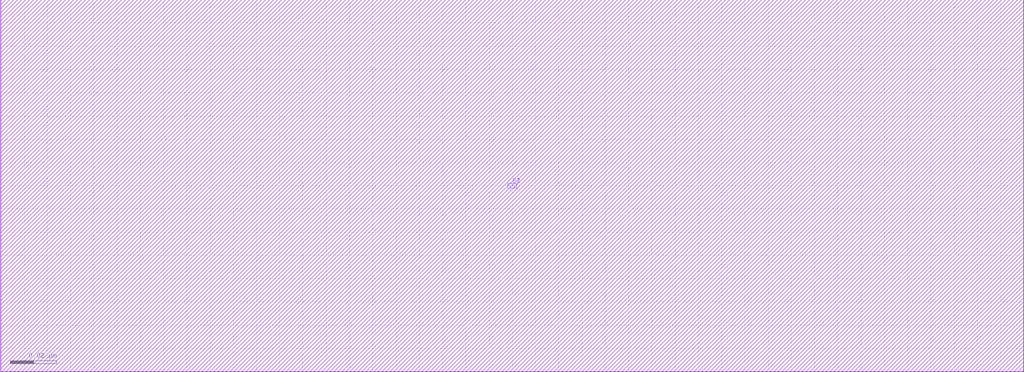
<source format=lef>

# Created      : Sun Dec 21 21:33:50 2008
# Platform     : MS Windows 
# User         : unknown 

NAMESCASESENSITIVE ON ;
UNITS
DATABASE MICRONS 100 ;
END UNITS

LAYER poly
	TYPE MASTERSLICE ;
END poly
LAYER cont
	TYPE CUT ;
END cont
LAYER metal1
	TYPE ROUTING ;
	PITCH 1.7 ;
	WIDTH .8 ;
	SPACING .6 ;
	DIRECTION HORIZONTAL ;
END metal1

LAYER via1
	TYPE CUT ;
END via1

LAYER metal2
	TYPE ROUTING ;
	PITCH 2 ;
	WIDTH .8 ;
	SPACING .9 ;
	DIRECTION VERTICAL ;
END metal2

LAYER via2
	TYPE CUT ;
END via2

LAYER metal3
	TYPE ROUTING ;
	PITCH 1.7 ;
	WIDTH .8 ;
	SPACING .9 ;
	DIRECTION HORIZONTAL ;
END metal3

LAYER OVERLAP
	TYPE OVERLAP ;
END OVERLAP
VIA cont DEFAULT
	LAYER poly ;
		RECT -.6 -.6 .6 .6 ;
	LAYER cont ;
		RECT -.3 -.3 .3 .3 ;
	LAYER metal1 ;
		RECT -.4 -.4 .4 .4 ;
END cont

VIA via1 DEFAULT
	LAYER metal1 ;
		RECT -.7 -.7 .7 .7 ;
	LAYER via1 ;
		RECT -.3 -.3 .3 .3 ;
	LAYER metal2 ;
		RECT -.4 -.4 .4 .4 ;
END via1

VIA via2 DEFAULT
	LAYER metal2 ;
		RECT -.65 -.65 .65 .65 ;
	LAYER via2 ;
		RECT -.3 -.3 .3 .3 ;
	LAYER metal3 ;
		RECT -.4 -.4 .4 .4 ;
END via2

SPACING
	SAMENET metal1 metal1 .6 ;
	SAMENET metal2 metal2 .9 ;
	SAMENET metal3 metal3 .9 ;
	SAMENET cont cont .8 ;
	SAMENET cont via1 .65 ;
	SAMENET via1 via1 1 ;
	SAMENET via1 via2 .6 ;
	SAMENET via2 via1 1 ;
END SPACING
SITE core
	SIZE 0.01 BY 0.16 ;
	CLASS CORE ;
	SYMMETRY  Y  ;
END core

MACRO MAS0
	CLASS CORE ;
	SIZE 0.01 BY 0.01 ;
	ORIGIN 0 0 ;
	SYMMETRY X ;
	SITE core 0 0 N DO 1 BY 1 STEP 0 0 ;
	PIN P1
	DIRECTION INOUT ;
	USE SIGNAL ;
		PORT
			LAYER metal1 ;
				RECT 0.00495 0.00495 0.00505 0.00505 ;
		END
	END P1
END MAS0

MACRO MAS1
	CLASS CORE ;
	SIZE 0.02 BY 0.16 ;
	ORIGIN 0 0 ;
	SYMMETRY X ;
	SITE core 0 0 N DO 1 BY 1 STEP 0 0 ;
	PIN P1
	DIRECTION INOUT ;
	USE SIGNAL ;
		PORT
			LAYER metal1 ;
				RECT 0.0099 0.0792 0.0101 0.0808 ;
		END
	END P1
END MAS1

MACRO MAS2
	CLASS CORE ;
	SIZE 0.02 BY 0.16 ;
	ORIGIN 0 0 ;
	SYMMETRY X ;
	SITE core 0 0 N DO 1 BY 1 STEP 0 0 ;
	PIN P1
	DIRECTION INOUT ;
	USE SIGNAL ;
		PORT
			LAYER metal1 ;
				RECT 0.0099 0.0792 0.0101 0.0808 ;
		END
	END P1
	PIN P2
	DIRECTION INOUT ;
	USE SIGNAL ;
		PORT
			LAYER metal1 ;
				RECT 0.0099 0.0792 0.0101 0.0808 ;
		END
	END P2
END MAS2

MACRO MAS3
	CLASS CORE ;
	SIZE 0.04 BY 0.16 ;
	ORIGIN 0 0 ;
	SYMMETRY X ;
	SITE core 0 0 N DO 1 BY 1 STEP 0 0 ;
	PIN P1
	DIRECTION INOUT ;
	USE SIGNAL ;
		PORT
			LAYER metal1 ;
				RECT 0.0198 0.0792 0.0202 0.0808 ;
		END
	END P1
END MAS3

MACRO MAS4
	CLASS CORE ;
	SIZE 0.04 BY 0.16 ;
	ORIGIN 0 0 ;
	SYMMETRY X ;
	SITE core 0 0 N DO 1 BY 1 STEP 0 0 ;
	PIN P1
	DIRECTION INOUT ;
	USE SIGNAL ;
		PORT
			LAYER metal1 ;
				RECT 0.0198 0.0792 0.0202 0.0808 ;
		END
	END P1
	PIN P2
	DIRECTION INOUT ;
	USE SIGNAL ;
		PORT
			LAYER metal1 ;
				RECT 0.0198 0.0792 0.0202 0.0808 ;
		END
	END P2
END MAS4

MACRO MAS5
	CLASS CORE ;
	SIZE 0.04 BY 0.16 ;
	ORIGIN 0 0 ;
	SYMMETRY X ;
	SITE core 0 0 N DO 1 BY 1 STEP 0 0 ;
	PIN P1
	DIRECTION INOUT ;
	USE SIGNAL ;
		PORT
			LAYER metal1 ;
				RECT 0.0198 0.0792 0.0202 0.0808 ;
		END
	END P1
	PIN P2
	DIRECTION INOUT ;
	USE SIGNAL ;
		PORT
			LAYER metal1 ;
				RECT 0.0198 0.0792 0.0202 0.0808 ;
		END
	END P2
	PIN P3
	DIRECTION INOUT ;
	USE SIGNAL ;
		PORT
			LAYER metal1 ;
				RECT 0.0198 0.0792 0.0202 0.0808 ;
		END
	END P3
END MAS5

MACRO MAS6
	CLASS CORE ;
	SIZE 0.06 BY 0.16 ;
	ORIGIN 0 0 ;
	SYMMETRY X ;
	SITE core 0 0 N DO 1 BY 1 STEP 0 0 ;
	PIN P1
	DIRECTION INOUT ;
	USE SIGNAL ;
		PORT
			LAYER metal1 ;
				RECT 0.0297 0.0792 0.0303 0.0808 ;
		END
	END P1
	PIN P2
	DIRECTION INOUT ;
	USE SIGNAL ;
		PORT
			LAYER metal1 ;
				RECT 0.0297 0.0792 0.0303 0.0808 ;
		END
	END P2
END MAS6

MACRO MAS7
	CLASS CORE ;
	SIZE 0.06 BY 0.16 ;
	ORIGIN 0 0 ;
	SYMMETRY X ;
	SITE core 0 0 N DO 1 BY 1 STEP 0 0 ;
	PIN P1
	DIRECTION INOUT ;
	USE SIGNAL ;
		PORT
			LAYER metal1 ;
				RECT 0.0297 0.0792 0.0303 0.0808 ;
		END
	END P1
	PIN P2
	DIRECTION INOUT ;
	USE SIGNAL ;
		PORT
			LAYER metal1 ;
				RECT 0.0297 0.0792 0.0303 0.0808 ;
		END
	END P2
	PIN P3
	DIRECTION INOUT ;
	USE SIGNAL ;
		PORT
			LAYER metal1 ;
				RECT 0.0297 0.0792 0.0303 0.0808 ;
		END
	END P3
END MAS7

MACRO MAS8
	CLASS CORE ;
	SIZE 0.06 BY 0.16 ;
	ORIGIN 0 0 ;
	SYMMETRY X ;
	SITE core 0 0 N DO 1 BY 1 STEP 0 0 ;
	PIN P1
	DIRECTION INOUT ;
	USE SIGNAL ;
		PORT
			LAYER metal1 ;
				RECT 0.0297 0.0792 0.0303 0.0808 ;
		END
	END P1
	PIN P2
	DIRECTION INOUT ;
	USE SIGNAL ;
		PORT
			LAYER metal1 ;
				RECT 0.0297 0.0792 0.0303 0.0808 ;
		END
	END P2
	PIN P3
	DIRECTION INOUT ;
	USE SIGNAL ;
		PORT
			LAYER metal1 ;
				RECT 0.0297 0.0792 0.0303 0.0808 ;
		END
	END P3
	PIN P4
	DIRECTION INOUT ;
	USE SIGNAL ;
		PORT
			LAYER metal1 ;
				RECT 0.0297 0.0792 0.0303 0.0808 ;
		END
	END P4
END MAS8

MACRO MAS9
	CLASS CORE ;
	SIZE 0.08 BY 0.16 ;
	ORIGIN 0 0 ;
	SYMMETRY X ;
	SITE core 0 0 N DO 1 BY 1 STEP 0 0 ;
	PIN P1
	DIRECTION INOUT ;
	USE SIGNAL ;
		PORT
			LAYER metal1 ;
				RECT 0.0396 0.0792 0.0404 0.0808 ;
		END
	END P1
	PIN P2
	DIRECTION INOUT ;
	USE SIGNAL ;
		PORT
			LAYER metal1 ;
				RECT 0.0396 0.0792 0.0404 0.0808 ;
		END
	END P2
END MAS9

MACRO MAS10
	CLASS CORE ;
	SIZE 0.08 BY 0.16 ;
	ORIGIN 0 0 ;
	SYMMETRY X ;
	SITE core 0 0 N DO 1 BY 1 STEP 0 0 ;
	PIN P1
	DIRECTION INOUT ;
	USE SIGNAL ;
		PORT
			LAYER metal1 ;
				RECT 0.0396 0.0792 0.0404 0.0808 ;
		END
	END P1
	PIN P2
	DIRECTION INOUT ;
	USE SIGNAL ;
		PORT
			LAYER metal1 ;
				RECT 0.0396 0.0792 0.0404 0.0808 ;
		END
	END P2
	PIN P3
	DIRECTION INOUT ;
	USE SIGNAL ;
		PORT
			LAYER metal1 ;
				RECT 0.0396 0.0792 0.0404 0.0808 ;
		END
	END P3
END MAS10

MACRO MAS11
	CLASS CORE ;
	SIZE 0.08 BY 0.16 ;
	ORIGIN 0 0 ;
	SYMMETRY X ;
	SITE core 0 0 N DO 1 BY 1 STEP 0 0 ;
	PIN P1
	DIRECTION INOUT ;
	USE SIGNAL ;
		PORT
			LAYER metal1 ;
				RECT 0.0396 0.0792 0.0404 0.0808 ;
		END
	END P1
	PIN P2
	DIRECTION INOUT ;
	USE SIGNAL ;
		PORT
			LAYER metal1 ;
				RECT 0.0396 0.0792 0.0404 0.0808 ;
		END
	END P2
	PIN P3
	DIRECTION INOUT ;
	USE SIGNAL ;
		PORT
			LAYER metal1 ;
				RECT 0.0396 0.0792 0.0404 0.0808 ;
		END
	END P3
	PIN P4
	DIRECTION INOUT ;
	USE SIGNAL ;
		PORT
			LAYER metal1 ;
				RECT 0.0396 0.0792 0.0404 0.0808 ;
		END
	END P4
END MAS11

MACRO MAS12
	CLASS CORE ;
	SIZE 0.08 BY 0.16 ;
	ORIGIN 0 0 ;
	SYMMETRY X ;
	SITE core 0 0 N DO 1 BY 1 STEP 0 0 ;
	PIN P1
	DIRECTION INOUT ;
	USE SIGNAL ;
		PORT
			LAYER metal1 ;
				RECT 0.0396 0.0792 0.0404 0.0808 ;
		END
	END P1
	PIN P2
	DIRECTION INOUT ;
	USE SIGNAL ;
		PORT
			LAYER metal1 ;
				RECT 0.0396 0.0792 0.0404 0.0808 ;
		END
	END P2
	PIN P3
	DIRECTION INOUT ;
	USE SIGNAL ;
		PORT
			LAYER metal1 ;
				RECT 0.0396 0.0792 0.0404 0.0808 ;
		END
	END P3
	PIN P4
	DIRECTION INOUT ;
	USE SIGNAL ;
		PORT
			LAYER metal1 ;
				RECT 0.0396 0.0792 0.0404 0.0808 ;
		END
	END P4
	PIN P5
	DIRECTION INOUT ;
	USE SIGNAL ;
		PORT
			LAYER metal1 ;
				RECT 0.0396 0.0792 0.0404 0.0808 ;
		END
	END P5
END MAS12

MACRO MAS13
	CLASS CORE ;
	SIZE 0.1 BY 0.16 ;
	ORIGIN 0 0 ;
	SYMMETRY X ;
	SITE core 0 0 N DO 1 BY 1 STEP 0 0 ;
	PIN P1
	DIRECTION INOUT ;
	USE SIGNAL ;
		PORT
			LAYER metal1 ;
				RECT 0.0495 0.0792 0.0505 0.0808 ;
		END
	END P1
	PIN P2
	DIRECTION INOUT ;
	USE SIGNAL ;
		PORT
			LAYER metal1 ;
				RECT 0.0495 0.0792 0.0505 0.0808 ;
		END
	END P2
END MAS13

MACRO MAS14
	CLASS CORE ;
	SIZE 0.1 BY 0.16 ;
	ORIGIN 0 0 ;
	SYMMETRY X ;
	SITE core 0 0 N DO 1 BY 1 STEP 0 0 ;
	PIN P1
	DIRECTION INOUT ;
	USE SIGNAL ;
		PORT
			LAYER metal1 ;
				RECT 0.0495 0.0792 0.0505 0.0808 ;
		END
	END P1
	PIN P2
	DIRECTION INOUT ;
	USE SIGNAL ;
		PORT
			LAYER metal1 ;
				RECT 0.0495 0.0792 0.0505 0.0808 ;
		END
	END P2
	PIN P3
	DIRECTION INOUT ;
	USE SIGNAL ;
		PORT
			LAYER metal1 ;
				RECT 0.0495 0.0792 0.0505 0.0808 ;
		END
	END P3
END MAS14

MACRO MAS15
	CLASS CORE ;
	SIZE 0.1 BY 0.16 ;
	ORIGIN 0 0 ;
	SYMMETRY X ;
	SITE core 0 0 N DO 1 BY 1 STEP 0 0 ;
	PIN P1
	DIRECTION INOUT ;
	USE SIGNAL ;
		PORT
			LAYER metal1 ;
				RECT 0.0495 0.0792 0.0505 0.0808 ;
		END
	END P1
	PIN P2
	DIRECTION INOUT ;
	USE SIGNAL ;
		PORT
			LAYER metal1 ;
				RECT 0.0495 0.0792 0.0505 0.0808 ;
		END
	END P2
	PIN P3
	DIRECTION INOUT ;
	USE SIGNAL ;
		PORT
			LAYER metal1 ;
				RECT 0.0495 0.0792 0.0505 0.0808 ;
		END
	END P3
	PIN P4
	DIRECTION INOUT ;
	USE SIGNAL ;
		PORT
			LAYER metal1 ;
				RECT 0.0495 0.0792 0.0505 0.0808 ;
		END
	END P4
END MAS15

MACRO MAS16
	CLASS CORE ;
	SIZE 0.1 BY 0.16 ;
	ORIGIN 0 0 ;
	SYMMETRY X ;
	SITE core 0 0 N DO 1 BY 1 STEP 0 0 ;
	PIN P1
	DIRECTION INOUT ;
	USE SIGNAL ;
		PORT
			LAYER metal1 ;
				RECT 0.0495 0.0792 0.0505 0.0808 ;
		END
	END P1
	PIN P2
	DIRECTION INOUT ;
	USE SIGNAL ;
		PORT
			LAYER metal1 ;
				RECT 0.0495 0.0792 0.0505 0.0808 ;
		END
	END P2
	PIN P3
	DIRECTION INOUT ;
	USE SIGNAL ;
		PORT
			LAYER metal1 ;
				RECT 0.0495 0.0792 0.0505 0.0808 ;
		END
	END P3
	PIN P4
	DIRECTION INOUT ;
	USE SIGNAL ;
		PORT
			LAYER metal1 ;
				RECT 0.0495 0.0792 0.0505 0.0808 ;
		END
	END P4
	PIN P5
	DIRECTION INOUT ;
	USE SIGNAL ;
		PORT
			LAYER metal1 ;
				RECT 0.0495 0.0792 0.0505 0.0808 ;
		END
	END P5
END MAS16

MACRO MAS17
	CLASS CORE ;
	SIZE 0.1 BY 0.16 ;
	ORIGIN 0 0 ;
	SYMMETRY X ;
	SITE core 0 0 N DO 1 BY 1 STEP 0 0 ;
	PIN P1
	DIRECTION INOUT ;
	USE SIGNAL ;
		PORT
			LAYER metal1 ;
				RECT 0.0495 0.0792 0.0505 0.0808 ;
		END
	END P1
	PIN P2
	DIRECTION INOUT ;
	USE SIGNAL ;
		PORT
			LAYER metal1 ;
				RECT 0.0495 0.0792 0.0505 0.0808 ;
		END
	END P2
	PIN P3
	DIRECTION INOUT ;
	USE SIGNAL ;
		PORT
			LAYER metal1 ;
				RECT 0.0495 0.0792 0.0505 0.0808 ;
		END
	END P3
	PIN P4
	DIRECTION INOUT ;
	USE SIGNAL ;
		PORT
			LAYER metal1 ;
				RECT 0.0495 0.0792 0.0505 0.0808 ;
		END
	END P4
	PIN P5
	DIRECTION INOUT ;
	USE SIGNAL ;
		PORT
			LAYER metal1 ;
				RECT 0.0495 0.0792 0.0505 0.0808 ;
		END
	END P5
	PIN P6
	DIRECTION INOUT ;
	USE SIGNAL ;
		PORT
			LAYER metal1 ;
				RECT 0.0495 0.0792 0.0505 0.0808 ;
		END
	END P6
END MAS17

MACRO MAS18
	CLASS CORE ;
	SIZE 0.1 BY 0.16 ;
	ORIGIN 0 0 ;
	SYMMETRY X ;
	SITE core 0 0 N DO 1 BY 1 STEP 0 0 ;
	PIN P1
	DIRECTION INOUT ;
	USE SIGNAL ;
		PORT
			LAYER metal1 ;
				RECT 0.0495 0.0792 0.0505 0.0808 ;
		END
	END P1
	PIN P2
	DIRECTION INOUT ;
	USE SIGNAL ;
		PORT
			LAYER metal1 ;
				RECT 0.0495 0.0792 0.0505 0.0808 ;
		END
	END P2
	PIN P3
	DIRECTION INOUT ;
	USE SIGNAL ;
		PORT
			LAYER metal1 ;
				RECT 0.0495 0.0792 0.0505 0.0808 ;
		END
	END P3
	PIN P4
	DIRECTION INOUT ;
	USE SIGNAL ;
		PORT
			LAYER metal1 ;
				RECT 0.0495 0.0792 0.0505 0.0808 ;
		END
	END P4
	PIN P5
	DIRECTION INOUT ;
	USE SIGNAL ;
		PORT
			LAYER metal1 ;
				RECT 0.0495 0.0792 0.0505 0.0808 ;
		END
	END P5
	PIN P6
	DIRECTION INOUT ;
	USE SIGNAL ;
		PORT
			LAYER metal1 ;
				RECT 0.0495 0.0792 0.0505 0.0808 ;
		END
	END P6
	PIN P7
	DIRECTION INOUT ;
	USE SIGNAL ;
		PORT
			LAYER metal1 ;
				RECT 0.0495 0.0792 0.0505 0.0808 ;
		END
	END P7
END MAS18

MACRO MAS19
	CLASS CORE ;
	SIZE 0.12 BY 0.16 ;
	ORIGIN 0 0 ;
	SYMMETRY X ;
	SITE core 0 0 N DO 1 BY 1 STEP 0 0 ;
	PIN P1
	DIRECTION INOUT ;
	USE SIGNAL ;
		PORT
			LAYER metal1 ;
				RECT 0.0594 0.0792 0.0606 0.0808 ;
		END
	END P1
	PIN P2
	DIRECTION INOUT ;
	USE SIGNAL ;
		PORT
			LAYER metal1 ;
				RECT 0.0594 0.0792 0.0606 0.0808 ;
		END
	END P2
END MAS19

MACRO MAS20
	CLASS CORE ;
	SIZE 0.12 BY 0.16 ;
	ORIGIN 0 0 ;
	SYMMETRY X ;
	SITE core 0 0 N DO 1 BY 1 STEP 0 0 ;
	PIN P1
	DIRECTION INOUT ;
	USE SIGNAL ;
		PORT
			LAYER metal1 ;
				RECT 0.0594 0.0792 0.0606 0.0808 ;
		END
	END P1
	PIN P2
	DIRECTION INOUT ;
	USE SIGNAL ;
		PORT
			LAYER metal1 ;
				RECT 0.0594 0.0792 0.0606 0.0808 ;
		END
	END P2
	PIN P3
	DIRECTION INOUT ;
	USE SIGNAL ;
		PORT
			LAYER metal1 ;
				RECT 0.0594 0.0792 0.0606 0.0808 ;
		END
	END P3
END MAS20

MACRO MAS21
	CLASS CORE ;
	SIZE 0.12 BY 0.16 ;
	ORIGIN 0 0 ;
	SYMMETRY X ;
	SITE core 0 0 N DO 1 BY 1 STEP 0 0 ;
	PIN P1
	DIRECTION INOUT ;
	USE SIGNAL ;
		PORT
			LAYER metal1 ;
				RECT 0.0594 0.0792 0.0606 0.0808 ;
		END
	END P1
	PIN P2
	DIRECTION INOUT ;
	USE SIGNAL ;
		PORT
			LAYER metal1 ;
				RECT 0.0594 0.0792 0.0606 0.0808 ;
		END
	END P2
	PIN P3
	DIRECTION INOUT ;
	USE SIGNAL ;
		PORT
			LAYER metal1 ;
				RECT 0.0594 0.0792 0.0606 0.0808 ;
		END
	END P3
	PIN P4
	DIRECTION INOUT ;
	USE SIGNAL ;
		PORT
			LAYER metal1 ;
				RECT 0.0594 0.0792 0.0606 0.0808 ;
		END
	END P4
END MAS21

MACRO MAS22
	CLASS CORE ;
	SIZE 0.12 BY 0.16 ;
	ORIGIN 0 0 ;
	SYMMETRY X ;
	SITE core 0 0 N DO 1 BY 1 STEP 0 0 ;
	PIN P1
	DIRECTION INOUT ;
	USE SIGNAL ;
		PORT
			LAYER metal1 ;
				RECT 0.0594 0.0792 0.0606 0.0808 ;
		END
	END P1
	PIN P2
	DIRECTION INOUT ;
	USE SIGNAL ;
		PORT
			LAYER metal1 ;
				RECT 0.0594 0.0792 0.0606 0.0808 ;
		END
	END P2
	PIN P3
	DIRECTION INOUT ;
	USE SIGNAL ;
		PORT
			LAYER metal1 ;
				RECT 0.0594 0.0792 0.0606 0.0808 ;
		END
	END P3
	PIN P4
	DIRECTION INOUT ;
	USE SIGNAL ;
		PORT
			LAYER metal1 ;
				RECT 0.0594 0.0792 0.0606 0.0808 ;
		END
	END P4
	PIN P5
	DIRECTION INOUT ;
	USE SIGNAL ;
		PORT
			LAYER metal1 ;
				RECT 0.0594 0.0792 0.0606 0.0808 ;
		END
	END P5
END MAS22

MACRO MAS23
	CLASS CORE ;
	SIZE 0.12 BY 0.16 ;
	ORIGIN 0 0 ;
	SYMMETRY X ;
	SITE core 0 0 N DO 1 BY 1 STEP 0 0 ;
	PIN P1
	DIRECTION INOUT ;
	USE SIGNAL ;
		PORT
			LAYER metal1 ;
				RECT 0.0594 0.0792 0.0606 0.0808 ;
		END
	END P1
	PIN P2
	DIRECTION INOUT ;
	USE SIGNAL ;
		PORT
			LAYER metal1 ;
				RECT 0.0594 0.0792 0.0606 0.0808 ;
		END
	END P2
	PIN P3
	DIRECTION INOUT ;
	USE SIGNAL ;
		PORT
			LAYER metal1 ;
				RECT 0.0594 0.0792 0.0606 0.0808 ;
		END
	END P3
	PIN P4
	DIRECTION INOUT ;
	USE SIGNAL ;
		PORT
			LAYER metal1 ;
				RECT 0.0594 0.0792 0.0606 0.0808 ;
		END
	END P4
	PIN P5
	DIRECTION INOUT ;
	USE SIGNAL ;
		PORT
			LAYER metal1 ;
				RECT 0.0594 0.0792 0.0606 0.0808 ;
		END
	END P5
	PIN P6
	DIRECTION INOUT ;
	USE SIGNAL ;
		PORT
			LAYER metal1 ;
				RECT 0.0594 0.0792 0.0606 0.0808 ;
		END
	END P6
END MAS23

MACRO MAS24
	CLASS CORE ;
	SIZE 0.12 BY 0.16 ;
	ORIGIN 0 0 ;
	SYMMETRY X ;
	SITE core 0 0 N DO 1 BY 1 STEP 0 0 ;
	PIN P1
	DIRECTION INOUT ;
	USE SIGNAL ;
		PORT
			LAYER metal1 ;
				RECT 0.0594 0.0792 0.0606 0.0808 ;
		END
	END P1
	PIN P2
	DIRECTION INOUT ;
	USE SIGNAL ;
		PORT
			LAYER metal1 ;
				RECT 0.0594 0.0792 0.0606 0.0808 ;
		END
	END P2
	PIN P3
	DIRECTION INOUT ;
	USE SIGNAL ;
		PORT
			LAYER metal1 ;
				RECT 0.0594 0.0792 0.0606 0.0808 ;
		END
	END P3
	PIN P4
	DIRECTION INOUT ;
	USE SIGNAL ;
		PORT
			LAYER metal1 ;
				RECT 0.0594 0.0792 0.0606 0.0808 ;
		END
	END P4
	PIN P5
	DIRECTION INOUT ;
	USE SIGNAL ;
		PORT
			LAYER metal1 ;
				RECT 0.0594 0.0792 0.0606 0.0808 ;
		END
	END P5
	PIN P6
	DIRECTION INOUT ;
	USE SIGNAL ;
		PORT
			LAYER metal1 ;
				RECT 0.0594 0.0792 0.0606 0.0808 ;
		END
	END P6
	PIN P7
	DIRECTION INOUT ;
	USE SIGNAL ;
		PORT
			LAYER metal1 ;
				RECT 0.0594 0.0792 0.0606 0.0808 ;
		END
	END P7
END MAS24

MACRO MAS25
	CLASS CORE ;
	SIZE 0.12 BY 0.16 ;
	ORIGIN 0 0 ;
	SYMMETRY X ;
	SITE core 0 0 N DO 1 BY 1 STEP 0 0 ;
	PIN P1
	DIRECTION INOUT ;
	USE SIGNAL ;
		PORT
			LAYER metal1 ;
				RECT 0.0594 0.0792 0.0606 0.0808 ;
		END
	END P1
	PIN P2
	DIRECTION INOUT ;
	USE SIGNAL ;
		PORT
			LAYER metal1 ;
				RECT 0.0594 0.0792 0.0606 0.0808 ;
		END
	END P2
	PIN P3
	DIRECTION INOUT ;
	USE SIGNAL ;
		PORT
			LAYER metal1 ;
				RECT 0.0594 0.0792 0.0606 0.0808 ;
		END
	END P3
	PIN P4
	DIRECTION INOUT ;
	USE SIGNAL ;
		PORT
			LAYER metal1 ;
				RECT 0.0594 0.0792 0.0606 0.0808 ;
		END
	END P4
	PIN P5
	DIRECTION INOUT ;
	USE SIGNAL ;
		PORT
			LAYER metal1 ;
				RECT 0.0594 0.0792 0.0606 0.0808 ;
		END
	END P5
	PIN P6
	DIRECTION INOUT ;
	USE SIGNAL ;
		PORT
			LAYER metal1 ;
				RECT 0.0594 0.0792 0.0606 0.0808 ;
		END
	END P6
	PIN P7
	DIRECTION INOUT ;
	USE SIGNAL ;
		PORT
			LAYER metal1 ;
				RECT 0.0594 0.0792 0.0606 0.0808 ;
		END
	END P7
	PIN P8
	DIRECTION INOUT ;
	USE SIGNAL ;
		PORT
			LAYER metal1 ;
				RECT 0.0594 0.0792 0.0606 0.0808 ;
		END
	END P8
END MAS25

MACRO MAS26
	CLASS CORE ;
	SIZE 0.12 BY 0.16 ;
	ORIGIN 0 0 ;
	SYMMETRY X ;
	SITE core 0 0 N DO 1 BY 1 STEP 0 0 ;
	PIN P1
	DIRECTION INOUT ;
	USE SIGNAL ;
		PORT
			LAYER metal1 ;
				RECT 0.0594 0.0792 0.0606 0.0808 ;
		END
	END P1
	PIN P2
	DIRECTION INOUT ;
	USE SIGNAL ;
		PORT
			LAYER metal1 ;
				RECT 0.0594 0.0792 0.0606 0.0808 ;
		END
	END P2
	PIN P3
	DIRECTION INOUT ;
	USE SIGNAL ;
		PORT
			LAYER metal1 ;
				RECT 0.0594 0.0792 0.0606 0.0808 ;
		END
	END P3
	PIN P4
	DIRECTION INOUT ;
	USE SIGNAL ;
		PORT
			LAYER metal1 ;
				RECT 0.0594 0.0792 0.0606 0.0808 ;
		END
	END P4
	PIN P5
	DIRECTION INOUT ;
	USE SIGNAL ;
		PORT
			LAYER metal1 ;
				RECT 0.0594 0.0792 0.0606 0.0808 ;
		END
	END P5
	PIN P6
	DIRECTION INOUT ;
	USE SIGNAL ;
		PORT
			LAYER metal1 ;
				RECT 0.0594 0.0792 0.0606 0.0808 ;
		END
	END P6
	PIN P7
	DIRECTION INOUT ;
	USE SIGNAL ;
		PORT
			LAYER metal1 ;
				RECT 0.0594 0.0792 0.0606 0.0808 ;
		END
	END P7
	PIN P8
	DIRECTION INOUT ;
	USE SIGNAL ;
		PORT
			LAYER metal1 ;
				RECT 0.0594 0.0792 0.0606 0.0808 ;
		END
	END P8
	PIN P9
	DIRECTION INOUT ;
	USE SIGNAL ;
		PORT
			LAYER metal1 ;
				RECT 0.0594 0.0792 0.0606 0.0808 ;
		END
	END P9
END MAS26

MACRO MAS27
	CLASS CORE ;
	SIZE 0.14 BY 0.16 ;
	ORIGIN 0 0 ;
	SYMMETRY X ;
	SITE core 0 0 N DO 1 BY 1 STEP 0 0 ;
	PIN P1
	DIRECTION INOUT ;
	USE SIGNAL ;
		PORT
			LAYER metal1 ;
				RECT 0.0693 0.0792 0.0707 0.0808 ;
		END
	END P1
	PIN P2
	DIRECTION INOUT ;
	USE SIGNAL ;
		PORT
			LAYER metal1 ;
				RECT 0.0693 0.0792 0.0707 0.0808 ;
		END
	END P2
END MAS27

MACRO MAS28
	CLASS CORE ;
	SIZE 0.14 BY 0.16 ;
	ORIGIN 0 0 ;
	SYMMETRY X ;
	SITE core 0 0 N DO 1 BY 1 STEP 0 0 ;
	PIN P1
	DIRECTION INOUT ;
	USE SIGNAL ;
		PORT
			LAYER metal1 ;
				RECT 0.0693 0.0792 0.0707 0.0808 ;
		END
	END P1
	PIN P2
	DIRECTION INOUT ;
	USE SIGNAL ;
		PORT
			LAYER metal1 ;
				RECT 0.0693 0.0792 0.0707 0.0808 ;
		END
	END P2
	PIN P3
	DIRECTION INOUT ;
	USE SIGNAL ;
		PORT
			LAYER metal1 ;
				RECT 0.0693 0.0792 0.0707 0.0808 ;
		END
	END P3
	PIN P4
	DIRECTION INOUT ;
	USE SIGNAL ;
		PORT
			LAYER metal1 ;
				RECT 0.0693 0.0792 0.0707 0.0808 ;
		END
	END P4
END MAS28

MACRO MAS29
	CLASS CORE ;
	SIZE 0.14 BY 0.16 ;
	ORIGIN 0 0 ;
	SYMMETRY X ;
	SITE core 0 0 N DO 1 BY 1 STEP 0 0 ;
	PIN P1
	DIRECTION INOUT ;
	USE SIGNAL ;
		PORT
			LAYER metal1 ;
				RECT 0.0693 0.0792 0.0707 0.0808 ;
		END
	END P1
	PIN P2
	DIRECTION INOUT ;
	USE SIGNAL ;
		PORT
			LAYER metal1 ;
				RECT 0.0693 0.0792 0.0707 0.0808 ;
		END
	END P2
	PIN P3
	DIRECTION INOUT ;
	USE SIGNAL ;
		PORT
			LAYER metal1 ;
				RECT 0.0693 0.0792 0.0707 0.0808 ;
		END
	END P3
	PIN P4
	DIRECTION INOUT ;
	USE SIGNAL ;
		PORT
			LAYER metal1 ;
				RECT 0.0693 0.0792 0.0707 0.0808 ;
		END
	END P4
	PIN P5
	DIRECTION INOUT ;
	USE SIGNAL ;
		PORT
			LAYER metal1 ;
				RECT 0.0693 0.0792 0.0707 0.0808 ;
		END
	END P5
END MAS29

MACRO MAS30
	CLASS CORE ;
	SIZE 0.14 BY 0.16 ;
	ORIGIN 0 0 ;
	SYMMETRY X ;
	SITE core 0 0 N DO 1 BY 1 STEP 0 0 ;
	PIN P1
	DIRECTION INOUT ;
	USE SIGNAL ;
		PORT
			LAYER metal1 ;
				RECT 0.0693 0.0792 0.0707 0.0808 ;
		END
	END P1
	PIN P2
	DIRECTION INOUT ;
	USE SIGNAL ;
		PORT
			LAYER metal1 ;
				RECT 0.0693 0.0792 0.0707 0.0808 ;
		END
	END P2
	PIN P3
	DIRECTION INOUT ;
	USE SIGNAL ;
		PORT
			LAYER metal1 ;
				RECT 0.0693 0.0792 0.0707 0.0808 ;
		END
	END P3
	PIN P4
	DIRECTION INOUT ;
	USE SIGNAL ;
		PORT
			LAYER metal1 ;
				RECT 0.0693 0.0792 0.0707 0.0808 ;
		END
	END P4
	PIN P5
	DIRECTION INOUT ;
	USE SIGNAL ;
		PORT
			LAYER metal1 ;
				RECT 0.0693 0.0792 0.0707 0.0808 ;
		END
	END P5
	PIN P6
	DIRECTION INOUT ;
	USE SIGNAL ;
		PORT
			LAYER metal1 ;
				RECT 0.0693 0.0792 0.0707 0.0808 ;
		END
	END P6
END MAS30

MACRO MAS31
	CLASS CORE ;
	SIZE 0.14 BY 0.16 ;
	ORIGIN 0 0 ;
	SYMMETRY X ;
	SITE core 0 0 N DO 1 BY 1 STEP 0 0 ;
	PIN P1
	DIRECTION INOUT ;
	USE SIGNAL ;
		PORT
			LAYER metal1 ;
				RECT 0.0693 0.0792 0.0707 0.0808 ;
		END
	END P1
	PIN P2
	DIRECTION INOUT ;
	USE SIGNAL ;
		PORT
			LAYER metal1 ;
				RECT 0.0693 0.0792 0.0707 0.0808 ;
		END
	END P2
	PIN P3
	DIRECTION INOUT ;
	USE SIGNAL ;
		PORT
			LAYER metal1 ;
				RECT 0.0693 0.0792 0.0707 0.0808 ;
		END
	END P3
	PIN P4
	DIRECTION INOUT ;
	USE SIGNAL ;
		PORT
			LAYER metal1 ;
				RECT 0.0693 0.0792 0.0707 0.0808 ;
		END
	END P4
	PIN P5
	DIRECTION INOUT ;
	USE SIGNAL ;
		PORT
			LAYER metal1 ;
				RECT 0.0693 0.0792 0.0707 0.0808 ;
		END
	END P5
	PIN P6
	DIRECTION INOUT ;
	USE SIGNAL ;
		PORT
			LAYER metal1 ;
				RECT 0.0693 0.0792 0.0707 0.0808 ;
		END
	END P6
	PIN P7
	DIRECTION INOUT ;
	USE SIGNAL ;
		PORT
			LAYER metal1 ;
				RECT 0.0693 0.0792 0.0707 0.0808 ;
		END
	END P7
END MAS31

MACRO MAS32
	CLASS CORE ;
	SIZE 0.14 BY 0.16 ;
	ORIGIN 0 0 ;
	SYMMETRY X ;
	SITE core 0 0 N DO 1 BY 1 STEP 0 0 ;
	PIN P1
	DIRECTION INOUT ;
	USE SIGNAL ;
		PORT
			LAYER metal1 ;
				RECT 0.0693 0.0792 0.0707 0.0808 ;
		END
	END P1
	PIN P2
	DIRECTION INOUT ;
	USE SIGNAL ;
		PORT
			LAYER metal1 ;
				RECT 0.0693 0.0792 0.0707 0.0808 ;
		END
	END P2
	PIN P3
	DIRECTION INOUT ;
	USE SIGNAL ;
		PORT
			LAYER metal1 ;
				RECT 0.0693 0.0792 0.0707 0.0808 ;
		END
	END P3
	PIN P4
	DIRECTION INOUT ;
	USE SIGNAL ;
		PORT
			LAYER metal1 ;
				RECT 0.0693 0.0792 0.0707 0.0808 ;
		END
	END P4
	PIN P5
	DIRECTION INOUT ;
	USE SIGNAL ;
		PORT
			LAYER metal1 ;
				RECT 0.0693 0.0792 0.0707 0.0808 ;
		END
	END P5
	PIN P6
	DIRECTION INOUT ;
	USE SIGNAL ;
		PORT
			LAYER metal1 ;
				RECT 0.0693 0.0792 0.0707 0.0808 ;
		END
	END P6
	PIN P7
	DIRECTION INOUT ;
	USE SIGNAL ;
		PORT
			LAYER metal1 ;
				RECT 0.0693 0.0792 0.0707 0.0808 ;
		END
	END P7
	PIN P8
	DIRECTION INOUT ;
	USE SIGNAL ;
		PORT
			LAYER metal1 ;
				RECT 0.0693 0.0792 0.0707 0.0808 ;
		END
	END P8
END MAS32

MACRO MAS33
	CLASS CORE ;
	SIZE 0.14 BY 0.16 ;
	ORIGIN 0 0 ;
	SYMMETRY X ;
	SITE core 0 0 N DO 1 BY 1 STEP 0 0 ;
	PIN P1
	DIRECTION INOUT ;
	USE SIGNAL ;
		PORT
			LAYER metal1 ;
				RECT 0.0693 0.0792 0.0707 0.0808 ;
		END
	END P1
	PIN P2
	DIRECTION INOUT ;
	USE SIGNAL ;
		PORT
			LAYER metal1 ;
				RECT 0.0693 0.0792 0.0707 0.0808 ;
		END
	END P2
	PIN P3
	DIRECTION INOUT ;
	USE SIGNAL ;
		PORT
			LAYER metal1 ;
				RECT 0.0693 0.0792 0.0707 0.0808 ;
		END
	END P3
	PIN P4
	DIRECTION INOUT ;
	USE SIGNAL ;
		PORT
			LAYER metal1 ;
				RECT 0.0693 0.0792 0.0707 0.0808 ;
		END
	END P4
	PIN P5
	DIRECTION INOUT ;
	USE SIGNAL ;
		PORT
			LAYER metal1 ;
				RECT 0.0693 0.0792 0.0707 0.0808 ;
		END
	END P5
	PIN P6
	DIRECTION INOUT ;
	USE SIGNAL ;
		PORT
			LAYER metal1 ;
				RECT 0.0693 0.0792 0.0707 0.0808 ;
		END
	END P6
	PIN P7
	DIRECTION INOUT ;
	USE SIGNAL ;
		PORT
			LAYER metal1 ;
				RECT 0.0693 0.0792 0.0707 0.0808 ;
		END
	END P7
	PIN P8
	DIRECTION INOUT ;
	USE SIGNAL ;
		PORT
			LAYER metal1 ;
				RECT 0.0693 0.0792 0.0707 0.0808 ;
		END
	END P8
	PIN P9
	DIRECTION INOUT ;
	USE SIGNAL ;
		PORT
			LAYER metal1 ;
				RECT 0.0693 0.0792 0.0707 0.0808 ;
		END
	END P9
END MAS33

MACRO MAS34
	CLASS CORE ;
	SIZE 0.16 BY 0.16 ;
	ORIGIN 0 0 ;
	SYMMETRY X ;
	SITE core 0 0 N DO 1 BY 1 STEP 0 0 ;
	PIN P1
	DIRECTION INOUT ;
	USE SIGNAL ;
		PORT
			LAYER metal1 ;
				RECT 0.0792 0.0792 0.0808 0.0808 ;
		END
	END P1
	PIN P2
	DIRECTION INOUT ;
	USE SIGNAL ;
		PORT
			LAYER metal1 ;
				RECT 0.0792 0.0792 0.0808 0.0808 ;
		END
	END P2
END MAS34

MACRO MAS35
	CLASS CORE ;
	SIZE 0.16 BY 0.16 ;
	ORIGIN 0 0 ;
	SYMMETRY X ;
	SITE core 0 0 N DO 1 BY 1 STEP 0 0 ;
	PIN P1
	DIRECTION INOUT ;
	USE SIGNAL ;
		PORT
			LAYER metal1 ;
				RECT 0.0792 0.0792 0.0808 0.0808 ;
		END
	END P1
	PIN P2
	DIRECTION INOUT ;
	USE SIGNAL ;
		PORT
			LAYER metal1 ;
				RECT 0.0792 0.0792 0.0808 0.0808 ;
		END
	END P2
	PIN P3
	DIRECTION INOUT ;
	USE SIGNAL ;
		PORT
			LAYER metal1 ;
				RECT 0.0792 0.0792 0.0808 0.0808 ;
		END
	END P3
	PIN P4
	DIRECTION INOUT ;
	USE SIGNAL ;
		PORT
			LAYER metal1 ;
				RECT 0.0792 0.0792 0.0808 0.0808 ;
		END
	END P4
END MAS35

MACRO MAS36
	CLASS CORE ;
	SIZE 0.16 BY 0.16 ;
	ORIGIN 0 0 ;
	SYMMETRY X ;
	SITE core 0 0 N DO 1 BY 1 STEP 0 0 ;
	PIN P1
	DIRECTION INOUT ;
	USE SIGNAL ;
		PORT
			LAYER metal1 ;
				RECT 0.0792 0.0792 0.0808 0.0808 ;
		END
	END P1
	PIN P2
	DIRECTION INOUT ;
	USE SIGNAL ;
		PORT
			LAYER metal1 ;
				RECT 0.0792 0.0792 0.0808 0.0808 ;
		END
	END P2
	PIN P3
	DIRECTION INOUT ;
	USE SIGNAL ;
		PORT
			LAYER metal1 ;
				RECT 0.0792 0.0792 0.0808 0.0808 ;
		END
	END P3
	PIN P4
	DIRECTION INOUT ;
	USE SIGNAL ;
		PORT
			LAYER metal1 ;
				RECT 0.0792 0.0792 0.0808 0.0808 ;
		END
	END P4
	PIN P5
	DIRECTION INOUT ;
	USE SIGNAL ;
		PORT
			LAYER metal1 ;
				RECT 0.0792 0.0792 0.0808 0.0808 ;
		END
	END P5
END MAS36

MACRO MAS37
	CLASS CORE ;
	SIZE 0.16 BY 0.16 ;
	ORIGIN 0 0 ;
	SYMMETRY X ;
	SITE core 0 0 N DO 1 BY 1 STEP 0 0 ;
	PIN P1
	DIRECTION INOUT ;
	USE SIGNAL ;
		PORT
			LAYER metal1 ;
				RECT 0.0792 0.0792 0.0808 0.0808 ;
		END
	END P1
	PIN P2
	DIRECTION INOUT ;
	USE SIGNAL ;
		PORT
			LAYER metal1 ;
				RECT 0.0792 0.0792 0.0808 0.0808 ;
		END
	END P2
	PIN P3
	DIRECTION INOUT ;
	USE SIGNAL ;
		PORT
			LAYER metal1 ;
				RECT 0.0792 0.0792 0.0808 0.0808 ;
		END
	END P3
	PIN P4
	DIRECTION INOUT ;
	USE SIGNAL ;
		PORT
			LAYER metal1 ;
				RECT 0.0792 0.0792 0.0808 0.0808 ;
		END
	END P4
	PIN P5
	DIRECTION INOUT ;
	USE SIGNAL ;
		PORT
			LAYER metal1 ;
				RECT 0.0792 0.0792 0.0808 0.0808 ;
		END
	END P5
	PIN P6
	DIRECTION INOUT ;
	USE SIGNAL ;
		PORT
			LAYER metal1 ;
				RECT 0.0792 0.0792 0.0808 0.0808 ;
		END
	END P6
END MAS37

MACRO MAS38
	CLASS CORE ;
	SIZE 0.16 BY 0.16 ;
	ORIGIN 0 0 ;
	SYMMETRY X ;
	SITE core 0 0 N DO 1 BY 1 STEP 0 0 ;
	PIN P1
	DIRECTION INOUT ;
	USE SIGNAL ;
		PORT
			LAYER metal1 ;
				RECT 0.0792 0.0792 0.0808 0.0808 ;
		END
	END P1
	PIN P2
	DIRECTION INOUT ;
	USE SIGNAL ;
		PORT
			LAYER metal1 ;
				RECT 0.0792 0.0792 0.0808 0.0808 ;
		END
	END P2
	PIN P3
	DIRECTION INOUT ;
	USE SIGNAL ;
		PORT
			LAYER metal1 ;
				RECT 0.0792 0.0792 0.0808 0.0808 ;
		END
	END P3
	PIN P4
	DIRECTION INOUT ;
	USE SIGNAL ;
		PORT
			LAYER metal1 ;
				RECT 0.0792 0.0792 0.0808 0.0808 ;
		END
	END P4
	PIN P5
	DIRECTION INOUT ;
	USE SIGNAL ;
		PORT
			LAYER metal1 ;
				RECT 0.0792 0.0792 0.0808 0.0808 ;
		END
	END P5
	PIN P6
	DIRECTION INOUT ;
	USE SIGNAL ;
		PORT
			LAYER metal1 ;
				RECT 0.0792 0.0792 0.0808 0.0808 ;
		END
	END P6
	PIN P7
	DIRECTION INOUT ;
	USE SIGNAL ;
		PORT
			LAYER metal1 ;
				RECT 0.0792 0.0792 0.0808 0.0808 ;
		END
	END P7
END MAS38

MACRO MAS39
	CLASS CORE ;
	SIZE 0.16 BY 0.16 ;
	ORIGIN 0 0 ;
	SYMMETRY X ;
	SITE core 0 0 N DO 1 BY 1 STEP 0 0 ;
	PIN P1
	DIRECTION INOUT ;
	USE SIGNAL ;
		PORT
			LAYER metal1 ;
				RECT 0.0792 0.0792 0.0808 0.0808 ;
		END
	END P1
	PIN P2
	DIRECTION INOUT ;
	USE SIGNAL ;
		PORT
			LAYER metal1 ;
				RECT 0.0792 0.0792 0.0808 0.0808 ;
		END
	END P2
	PIN P3
	DIRECTION INOUT ;
	USE SIGNAL ;
		PORT
			LAYER metal1 ;
				RECT 0.0792 0.0792 0.0808 0.0808 ;
		END
	END P3
	PIN P4
	DIRECTION INOUT ;
	USE SIGNAL ;
		PORT
			LAYER metal1 ;
				RECT 0.0792 0.0792 0.0808 0.0808 ;
		END
	END P4
	PIN P5
	DIRECTION INOUT ;
	USE SIGNAL ;
		PORT
			LAYER metal1 ;
				RECT 0.0792 0.0792 0.0808 0.0808 ;
		END
	END P5
	PIN P6
	DIRECTION INOUT ;
	USE SIGNAL ;
		PORT
			LAYER metal1 ;
				RECT 0.0792 0.0792 0.0808 0.0808 ;
		END
	END P6
	PIN P7
	DIRECTION INOUT ;
	USE SIGNAL ;
		PORT
			LAYER metal1 ;
				RECT 0.0792 0.0792 0.0808 0.0808 ;
		END
	END P7
	PIN P8
	DIRECTION INOUT ;
	USE SIGNAL ;
		PORT
			LAYER metal1 ;
				RECT 0.0792 0.0792 0.0808 0.0808 ;
		END
	END P8
END MAS39

MACRO MAS40
	CLASS CORE ;
	SIZE 0.16 BY 0.16 ;
	ORIGIN 0 0 ;
	SYMMETRY X ;
	SITE core 0 0 N DO 1 BY 1 STEP 0 0 ;
	PIN P1
	DIRECTION INOUT ;
	USE SIGNAL ;
		PORT
			LAYER metal1 ;
				RECT 0.0792 0.0792 0.0808 0.0808 ;
		END
	END P1
	PIN P2
	DIRECTION INOUT ;
	USE SIGNAL ;
		PORT
			LAYER metal1 ;
				RECT 0.0792 0.0792 0.0808 0.0808 ;
		END
	END P2
	PIN P3
	DIRECTION INOUT ;
	USE SIGNAL ;
		PORT
			LAYER metal1 ;
				RECT 0.0792 0.0792 0.0808 0.0808 ;
		END
	END P3
	PIN P4
	DIRECTION INOUT ;
	USE SIGNAL ;
		PORT
			LAYER metal1 ;
				RECT 0.0792 0.0792 0.0808 0.0808 ;
		END
	END P4
	PIN P5
	DIRECTION INOUT ;
	USE SIGNAL ;
		PORT
			LAYER metal1 ;
				RECT 0.0792 0.0792 0.0808 0.0808 ;
		END
	END P5
	PIN P6
	DIRECTION INOUT ;
	USE SIGNAL ;
		PORT
			LAYER metal1 ;
				RECT 0.0792 0.0792 0.0808 0.0808 ;
		END
	END P6
	PIN P7
	DIRECTION INOUT ;
	USE SIGNAL ;
		PORT
			LAYER metal1 ;
				RECT 0.0792 0.0792 0.0808 0.0808 ;
		END
	END P7
	PIN P8
	DIRECTION INOUT ;
	USE SIGNAL ;
		PORT
			LAYER metal1 ;
				RECT 0.0792 0.0792 0.0808 0.0808 ;
		END
	END P8
	PIN P9
	DIRECTION INOUT ;
	USE SIGNAL ;
		PORT
			LAYER metal1 ;
				RECT 0.0792 0.0792 0.0808 0.0808 ;
		END
	END P9
END MAS40

MACRO MAS41
	CLASS CORE ;
	SIZE 0.18 BY 0.16 ;
	ORIGIN 0 0 ;
	SYMMETRY X ;
	SITE core 0 0 N DO 1 BY 1 STEP 0 0 ;
	PIN P1
	DIRECTION INOUT ;
	USE SIGNAL ;
		PORT
			LAYER metal1 ;
				RECT 0.0891 0.0792 0.0909 0.0808 ;
		END
	END P1
	PIN P2
	DIRECTION INOUT ;
	USE SIGNAL ;
		PORT
			LAYER metal1 ;
				RECT 0.0891 0.0792 0.0909 0.0808 ;
		END
	END P2
END MAS41

MACRO MAS42
	CLASS CORE ;
	SIZE 0.18 BY 0.16 ;
	ORIGIN 0 0 ;
	SYMMETRY X ;
	SITE core 0 0 N DO 1 BY 1 STEP 0 0 ;
	PIN P1
	DIRECTION INOUT ;
	USE SIGNAL ;
		PORT
			LAYER metal1 ;
				RECT 0.0891 0.0792 0.0909 0.0808 ;
		END
	END P1
	PIN P2
	DIRECTION INOUT ;
	USE SIGNAL ;
		PORT
			LAYER metal1 ;
				RECT 0.0891 0.0792 0.0909 0.0808 ;
		END
	END P2
	PIN P3
	DIRECTION INOUT ;
	USE SIGNAL ;
		PORT
			LAYER metal1 ;
				RECT 0.0891 0.0792 0.0909 0.0808 ;
		END
	END P3
	PIN P4
	DIRECTION INOUT ;
	USE SIGNAL ;
		PORT
			LAYER metal1 ;
				RECT 0.0891 0.0792 0.0909 0.0808 ;
		END
	END P4
	PIN P5
	DIRECTION INOUT ;
	USE SIGNAL ;
		PORT
			LAYER metal1 ;
				RECT 0.0891 0.0792 0.0909 0.0808 ;
		END
	END P5
END MAS42

MACRO MAS43
	CLASS CORE ;
	SIZE 0.18 BY 0.16 ;
	ORIGIN 0 0 ;
	SYMMETRY X ;
	SITE core 0 0 N DO 1 BY 1 STEP 0 0 ;
	PIN P1
	DIRECTION INOUT ;
	USE SIGNAL ;
		PORT
			LAYER metal1 ;
				RECT 0.0891 0.0792 0.0909 0.0808 ;
		END
	END P1
	PIN P2
	DIRECTION INOUT ;
	USE SIGNAL ;
		PORT
			LAYER metal1 ;
				RECT 0.0891 0.0792 0.0909 0.0808 ;
		END
	END P2
	PIN P3
	DIRECTION INOUT ;
	USE SIGNAL ;
		PORT
			LAYER metal1 ;
				RECT 0.0891 0.0792 0.0909 0.0808 ;
		END
	END P3
	PIN P4
	DIRECTION INOUT ;
	USE SIGNAL ;
		PORT
			LAYER metal1 ;
				RECT 0.0891 0.0792 0.0909 0.0808 ;
		END
	END P4
	PIN P5
	DIRECTION INOUT ;
	USE SIGNAL ;
		PORT
			LAYER metal1 ;
				RECT 0.0891 0.0792 0.0909 0.0808 ;
		END
	END P5
	PIN P6
	DIRECTION INOUT ;
	USE SIGNAL ;
		PORT
			LAYER metal1 ;
				RECT 0.0891 0.0792 0.0909 0.0808 ;
		END
	END P6
END MAS43

MACRO MAS44
	CLASS CORE ;
	SIZE 0.18 BY 0.16 ;
	ORIGIN 0 0 ;
	SYMMETRY X ;
	SITE core 0 0 N DO 1 BY 1 STEP 0 0 ;
	PIN P1
	DIRECTION INOUT ;
	USE SIGNAL ;
		PORT
			LAYER metal1 ;
				RECT 0.0891 0.0792 0.0909 0.0808 ;
		END
	END P1
	PIN P2
	DIRECTION INOUT ;
	USE SIGNAL ;
		PORT
			LAYER metal1 ;
				RECT 0.0891 0.0792 0.0909 0.0808 ;
		END
	END P2
	PIN P3
	DIRECTION INOUT ;
	USE SIGNAL ;
		PORT
			LAYER metal1 ;
				RECT 0.0891 0.0792 0.0909 0.0808 ;
		END
	END P3
	PIN P4
	DIRECTION INOUT ;
	USE SIGNAL ;
		PORT
			LAYER metal1 ;
				RECT 0.0891 0.0792 0.0909 0.0808 ;
		END
	END P4
	PIN P5
	DIRECTION INOUT ;
	USE SIGNAL ;
		PORT
			LAYER metal1 ;
				RECT 0.0891 0.0792 0.0909 0.0808 ;
		END
	END P5
	PIN P6
	DIRECTION INOUT ;
	USE SIGNAL ;
		PORT
			LAYER metal1 ;
				RECT 0.0891 0.0792 0.0909 0.0808 ;
		END
	END P6
	PIN P7
	DIRECTION INOUT ;
	USE SIGNAL ;
		PORT
			LAYER metal1 ;
				RECT 0.0891 0.0792 0.0909 0.0808 ;
		END
	END P7
	PIN P8
	DIRECTION INOUT ;
	USE SIGNAL ;
		PORT
			LAYER metal1 ;
				RECT 0.0891 0.0792 0.0909 0.0808 ;
		END
	END P8
	PIN P9
	DIRECTION INOUT ;
	USE SIGNAL ;
		PORT
			LAYER metal1 ;
				RECT 0.0891 0.0792 0.0909 0.0808 ;
		END
	END P9
END MAS44

MACRO MAS45
	CLASS CORE ;
	SIZE 0.2 BY 0.16 ;
	ORIGIN 0 0 ;
	SYMMETRY X ;
	SITE core 0 0 N DO 1 BY 1 STEP 0 0 ;
	PIN P1
	DIRECTION INOUT ;
	USE SIGNAL ;
		PORT
			LAYER metal1 ;
				RECT 0.099 0.0792 0.101 0.0808 ;
		END
	END P1
	PIN P2
	DIRECTION INOUT ;
	USE SIGNAL ;
		PORT
			LAYER metal1 ;
				RECT 0.099 0.0792 0.101 0.0808 ;
		END
	END P2
END MAS45

MACRO MAS46
	CLASS CORE ;
	SIZE 0.2 BY 0.16 ;
	ORIGIN 0 0 ;
	SYMMETRY X ;
	SITE core 0 0 N DO 1 BY 1 STEP 0 0 ;
	PIN P1
	DIRECTION INOUT ;
	USE SIGNAL ;
		PORT
			LAYER metal1 ;
				RECT 0.099 0.0792 0.101 0.0808 ;
		END
	END P1
	PIN P2
	DIRECTION INOUT ;
	USE SIGNAL ;
		PORT
			LAYER metal1 ;
				RECT 0.099 0.0792 0.101 0.0808 ;
		END
	END P2
	PIN P3
	DIRECTION INOUT ;
	USE SIGNAL ;
		PORT
			LAYER metal1 ;
				RECT 0.099 0.0792 0.101 0.0808 ;
		END
	END P3
END MAS46

MACRO MAS47
	CLASS CORE ;
	SIZE 0.2 BY 0.16 ;
	ORIGIN 0 0 ;
	SYMMETRY X ;
	SITE core 0 0 N DO 1 BY 1 STEP 0 0 ;
	PIN P1
	DIRECTION INOUT ;
	USE SIGNAL ;
		PORT
			LAYER metal1 ;
				RECT 0.099 0.0792 0.101 0.0808 ;
		END
	END P1
	PIN P2
	DIRECTION INOUT ;
	USE SIGNAL ;
		PORT
			LAYER metal1 ;
				RECT 0.099 0.0792 0.101 0.0808 ;
		END
	END P2
	PIN P3
	DIRECTION INOUT ;
	USE SIGNAL ;
		PORT
			LAYER metal1 ;
				RECT 0.099 0.0792 0.101 0.0808 ;
		END
	END P3
	PIN P4
	DIRECTION INOUT ;
	USE SIGNAL ;
		PORT
			LAYER metal1 ;
				RECT 0.099 0.0792 0.101 0.0808 ;
		END
	END P4
END MAS47

MACRO MAS48
	CLASS CORE ;
	SIZE 0.2 BY 0.16 ;
	ORIGIN 0 0 ;
	SYMMETRY X ;
	SITE core 0 0 N DO 1 BY 1 STEP 0 0 ;
	PIN P1
	DIRECTION INOUT ;
	USE SIGNAL ;
		PORT
			LAYER metal1 ;
				RECT 0.099 0.0792 0.101 0.0808 ;
		END
	END P1
	PIN P2
	DIRECTION INOUT ;
	USE SIGNAL ;
		PORT
			LAYER metal1 ;
				RECT 0.099 0.0792 0.101 0.0808 ;
		END
	END P2
	PIN P3
	DIRECTION INOUT ;
	USE SIGNAL ;
		PORT
			LAYER metal1 ;
				RECT 0.099 0.0792 0.101 0.0808 ;
		END
	END P3
	PIN P4
	DIRECTION INOUT ;
	USE SIGNAL ;
		PORT
			LAYER metal1 ;
				RECT 0.099 0.0792 0.101 0.0808 ;
		END
	END P4
	PIN P5
	DIRECTION INOUT ;
	USE SIGNAL ;
		PORT
			LAYER metal1 ;
				RECT 0.099 0.0792 0.101 0.0808 ;
		END
	END P5
END MAS48

MACRO MAS49
	CLASS CORE ;
	SIZE 0.2 BY 0.16 ;
	ORIGIN 0 0 ;
	SYMMETRY X ;
	SITE core 0 0 N DO 1 BY 1 STEP 0 0 ;
	PIN P1
	DIRECTION INOUT ;
	USE SIGNAL ;
		PORT
			LAYER metal1 ;
				RECT 0.099 0.0792 0.101 0.0808 ;
		END
	END P1
	PIN P2
	DIRECTION INOUT ;
	USE SIGNAL ;
		PORT
			LAYER metal1 ;
				RECT 0.099 0.0792 0.101 0.0808 ;
		END
	END P2
	PIN P3
	DIRECTION INOUT ;
	USE SIGNAL ;
		PORT
			LAYER metal1 ;
				RECT 0.099 0.0792 0.101 0.0808 ;
		END
	END P3
	PIN P4
	DIRECTION INOUT ;
	USE SIGNAL ;
		PORT
			LAYER metal1 ;
				RECT 0.099 0.0792 0.101 0.0808 ;
		END
	END P4
	PIN P5
	DIRECTION INOUT ;
	USE SIGNAL ;
		PORT
			LAYER metal1 ;
				RECT 0.099 0.0792 0.101 0.0808 ;
		END
	END P5
	PIN P6
	DIRECTION INOUT ;
	USE SIGNAL ;
		PORT
			LAYER metal1 ;
				RECT 0.099 0.0792 0.101 0.0808 ;
		END
	END P6
END MAS49

MACRO MAS50
	CLASS CORE ;
	SIZE 0.2 BY 0.16 ;
	ORIGIN 0 0 ;
	SYMMETRY X ;
	SITE core 0 0 N DO 1 BY 1 STEP 0 0 ;
	PIN P1
	DIRECTION INOUT ;
	USE SIGNAL ;
		PORT
			LAYER metal1 ;
				RECT 0.099 0.0792 0.101 0.0808 ;
		END
	END P1
	PIN P2
	DIRECTION INOUT ;
	USE SIGNAL ;
		PORT
			LAYER metal1 ;
				RECT 0.099 0.0792 0.101 0.0808 ;
		END
	END P2
	PIN P3
	DIRECTION INOUT ;
	USE SIGNAL ;
		PORT
			LAYER metal1 ;
				RECT 0.099 0.0792 0.101 0.0808 ;
		END
	END P3
	PIN P4
	DIRECTION INOUT ;
	USE SIGNAL ;
		PORT
			LAYER metal1 ;
				RECT 0.099 0.0792 0.101 0.0808 ;
		END
	END P4
	PIN P5
	DIRECTION INOUT ;
	USE SIGNAL ;
		PORT
			LAYER metal1 ;
				RECT 0.099 0.0792 0.101 0.0808 ;
		END
	END P5
	PIN P6
	DIRECTION INOUT ;
	USE SIGNAL ;
		PORT
			LAYER metal1 ;
				RECT 0.099 0.0792 0.101 0.0808 ;
		END
	END P6
	PIN P7
	DIRECTION INOUT ;
	USE SIGNAL ;
		PORT
			LAYER metal1 ;
				RECT 0.099 0.0792 0.101 0.0808 ;
		END
	END P7
END MAS50

MACRO MAS51
	CLASS CORE ;
	SIZE 0.22 BY 0.16 ;
	ORIGIN 0 0 ;
	SYMMETRY X ;
	SITE core 0 0 N DO 1 BY 1 STEP 0 0 ;
	PIN P1
	DIRECTION INOUT ;
	USE SIGNAL ;
		PORT
			LAYER metal1 ;
				RECT 0.1089 0.0792 0.1111 0.0808 ;
		END
	END P1
	PIN P2
	DIRECTION INOUT ;
	USE SIGNAL ;
		PORT
			LAYER metal1 ;
				RECT 0.1089 0.0792 0.1111 0.0808 ;
		END
	END P2
END MAS51

MACRO MAS52
	CLASS CORE ;
	SIZE 0.22 BY 0.16 ;
	ORIGIN 0 0 ;
	SYMMETRY X ;
	SITE core 0 0 N DO 1 BY 1 STEP 0 0 ;
	PIN P1
	DIRECTION INOUT ;
	USE SIGNAL ;
		PORT
			LAYER metal1 ;
				RECT 0.1089 0.0792 0.1111 0.0808 ;
		END
	END P1
	PIN P2
	DIRECTION INOUT ;
	USE SIGNAL ;
		PORT
			LAYER metal1 ;
				RECT 0.1089 0.0792 0.1111 0.0808 ;
		END
	END P2
	PIN P3
	DIRECTION INOUT ;
	USE SIGNAL ;
		PORT
			LAYER metal1 ;
				RECT 0.1089 0.0792 0.1111 0.0808 ;
		END
	END P3
	PIN P4
	DIRECTION INOUT ;
	USE SIGNAL ;
		PORT
			LAYER metal1 ;
				RECT 0.1089 0.0792 0.1111 0.0808 ;
		END
	END P4
	PIN P5
	DIRECTION INOUT ;
	USE SIGNAL ;
		PORT
			LAYER metal1 ;
				RECT 0.1089 0.0792 0.1111 0.0808 ;
		END
	END P5
END MAS52

MACRO MAS53
	CLASS CORE ;
	SIZE 0.22 BY 0.16 ;
	ORIGIN 0 0 ;
	SYMMETRY X ;
	SITE core 0 0 N DO 1 BY 1 STEP 0 0 ;
	PIN P1
	DIRECTION INOUT ;
	USE SIGNAL ;
		PORT
			LAYER metal1 ;
				RECT 0.1089 0.0792 0.1111 0.0808 ;
		END
	END P1
	PIN P2
	DIRECTION INOUT ;
	USE SIGNAL ;
		PORT
			LAYER metal1 ;
				RECT 0.1089 0.0792 0.1111 0.0808 ;
		END
	END P2
	PIN P3
	DIRECTION INOUT ;
	USE SIGNAL ;
		PORT
			LAYER metal1 ;
				RECT 0.1089 0.0792 0.1111 0.0808 ;
		END
	END P3
	PIN P4
	DIRECTION INOUT ;
	USE SIGNAL ;
		PORT
			LAYER metal1 ;
				RECT 0.1089 0.0792 0.1111 0.0808 ;
		END
	END P4
	PIN P5
	DIRECTION INOUT ;
	USE SIGNAL ;
		PORT
			LAYER metal1 ;
				RECT 0.1089 0.0792 0.1111 0.0808 ;
		END
	END P5
	PIN P6
	DIRECTION INOUT ;
	USE SIGNAL ;
		PORT
			LAYER metal1 ;
				RECT 0.1089 0.0792 0.1111 0.0808 ;
		END
	END P6
END MAS53

MACRO MAS54
	CLASS CORE ;
	SIZE 0.22 BY 0.16 ;
	ORIGIN 0 0 ;
	SYMMETRY X ;
	SITE core 0 0 N DO 1 BY 1 STEP 0 0 ;
	PIN P1
	DIRECTION INOUT ;
	USE SIGNAL ;
		PORT
			LAYER metal1 ;
				RECT 0.1089 0.0792 0.1111 0.0808 ;
		END
	END P1
	PIN P2
	DIRECTION INOUT ;
	USE SIGNAL ;
		PORT
			LAYER metal1 ;
				RECT 0.1089 0.0792 0.1111 0.0808 ;
		END
	END P2
	PIN P3
	DIRECTION INOUT ;
	USE SIGNAL ;
		PORT
			LAYER metal1 ;
				RECT 0.1089 0.0792 0.1111 0.0808 ;
		END
	END P3
	PIN P4
	DIRECTION INOUT ;
	USE SIGNAL ;
		PORT
			LAYER metal1 ;
				RECT 0.1089 0.0792 0.1111 0.0808 ;
		END
	END P4
	PIN P5
	DIRECTION INOUT ;
	USE SIGNAL ;
		PORT
			LAYER metal1 ;
				RECT 0.1089 0.0792 0.1111 0.0808 ;
		END
	END P5
	PIN P6
	DIRECTION INOUT ;
	USE SIGNAL ;
		PORT
			LAYER metal1 ;
				RECT 0.1089 0.0792 0.1111 0.0808 ;
		END
	END P6
	PIN P7
	DIRECTION INOUT ;
	USE SIGNAL ;
		PORT
			LAYER metal1 ;
				RECT 0.1089 0.0792 0.1111 0.0808 ;
		END
	END P7
END MAS54

MACRO MAS55
	CLASS CORE ;
	SIZE 0.22 BY 0.16 ;
	ORIGIN 0 0 ;
	SYMMETRY X ;
	SITE core 0 0 N DO 1 BY 1 STEP 0 0 ;
	PIN P1
	DIRECTION INOUT ;
	USE SIGNAL ;
		PORT
			LAYER metal1 ;
				RECT 0.1089 0.0792 0.1111 0.0808 ;
		END
	END P1
	PIN P2
	DIRECTION INOUT ;
	USE SIGNAL ;
		PORT
			LAYER metal1 ;
				RECT 0.1089 0.0792 0.1111 0.0808 ;
		END
	END P2
	PIN P3
	DIRECTION INOUT ;
	USE SIGNAL ;
		PORT
			LAYER metal1 ;
				RECT 0.1089 0.0792 0.1111 0.0808 ;
		END
	END P3
	PIN P4
	DIRECTION INOUT ;
	USE SIGNAL ;
		PORT
			LAYER metal1 ;
				RECT 0.1089 0.0792 0.1111 0.0808 ;
		END
	END P4
	PIN P5
	DIRECTION INOUT ;
	USE SIGNAL ;
		PORT
			LAYER metal1 ;
				RECT 0.1089 0.0792 0.1111 0.0808 ;
		END
	END P5
	PIN P6
	DIRECTION INOUT ;
	USE SIGNAL ;
		PORT
			LAYER metal1 ;
				RECT 0.1089 0.0792 0.1111 0.0808 ;
		END
	END P6
	PIN P7
	DIRECTION INOUT ;
	USE SIGNAL ;
		PORT
			LAYER metal1 ;
				RECT 0.1089 0.0792 0.1111 0.0808 ;
		END
	END P7
	PIN P8
	DIRECTION INOUT ;
	USE SIGNAL ;
		PORT
			LAYER metal1 ;
				RECT 0.1089 0.0792 0.1111 0.0808 ;
		END
	END P8
	PIN P9
	DIRECTION INOUT ;
	USE SIGNAL ;
		PORT
			LAYER metal1 ;
				RECT 0.1089 0.0792 0.1111 0.0808 ;
		END
	END P9
END MAS55

MACRO MAS56
	CLASS CORE ;
	SIZE 0.24 BY 0.16 ;
	ORIGIN 0 0 ;
	SYMMETRY X ;
	SITE core 0 0 N DO 1 BY 1 STEP 0 0 ;
	PIN P1
	DIRECTION INOUT ;
	USE SIGNAL ;
		PORT
			LAYER metal1 ;
				RECT 0.1188 0.0792 0.1212 0.0808 ;
		END
	END P1
	PIN P2
	DIRECTION INOUT ;
	USE SIGNAL ;
		PORT
			LAYER metal1 ;
				RECT 0.1188 0.0792 0.1212 0.0808 ;
		END
	END P2
	PIN P3
	DIRECTION INOUT ;
	USE SIGNAL ;
		PORT
			LAYER metal1 ;
				RECT 0.1188 0.0792 0.1212 0.0808 ;
		END
	END P3
	PIN P4
	DIRECTION INOUT ;
	USE SIGNAL ;
		PORT
			LAYER metal1 ;
				RECT 0.1188 0.0792 0.1212 0.0808 ;
		END
	END P4
	PIN P5
	DIRECTION INOUT ;
	USE SIGNAL ;
		PORT
			LAYER metal1 ;
				RECT 0.1188 0.0792 0.1212 0.0808 ;
		END
	END P5
	PIN P6
	DIRECTION INOUT ;
	USE SIGNAL ;
		PORT
			LAYER metal1 ;
				RECT 0.1188 0.0792 0.1212 0.0808 ;
		END
	END P6
END MAS56

MACRO MAS57
	CLASS CORE ;
	SIZE 0.24 BY 0.16 ;
	ORIGIN 0 0 ;
	SYMMETRY X ;
	SITE core 0 0 N DO 1 BY 1 STEP 0 0 ;
	PIN P1
	DIRECTION INOUT ;
	USE SIGNAL ;
		PORT
			LAYER metal1 ;
				RECT 0.1188 0.0792 0.1212 0.0808 ;
		END
	END P1
	PIN P2
	DIRECTION INOUT ;
	USE SIGNAL ;
		PORT
			LAYER metal1 ;
				RECT 0.1188 0.0792 0.1212 0.0808 ;
		END
	END P2
	PIN P3
	DIRECTION INOUT ;
	USE SIGNAL ;
		PORT
			LAYER metal1 ;
				RECT 0.1188 0.0792 0.1212 0.0808 ;
		END
	END P3
	PIN P4
	DIRECTION INOUT ;
	USE SIGNAL ;
		PORT
			LAYER metal1 ;
				RECT 0.1188 0.0792 0.1212 0.0808 ;
		END
	END P4
	PIN P5
	DIRECTION INOUT ;
	USE SIGNAL ;
		PORT
			LAYER metal1 ;
				RECT 0.1188 0.0792 0.1212 0.0808 ;
		END
	END P5
	PIN P6
	DIRECTION INOUT ;
	USE SIGNAL ;
		PORT
			LAYER metal1 ;
				RECT 0.1188 0.0792 0.1212 0.0808 ;
		END
	END P6
	PIN P7
	DIRECTION INOUT ;
	USE SIGNAL ;
		PORT
			LAYER metal1 ;
				RECT 0.1188 0.0792 0.1212 0.0808 ;
		END
	END P7
END MAS57

MACRO MAS58
	CLASS CORE ;
	SIZE 0.26 BY 0.16 ;
	ORIGIN 0 0 ;
	SYMMETRY X ;
	SITE core 0 0 N DO 1 BY 1 STEP 0 0 ;
	PIN P1
	DIRECTION INOUT ;
	USE SIGNAL ;
		PORT
			LAYER metal1 ;
				RECT 0.1287 0.0792 0.1313 0.0808 ;
		END
	END P1
	PIN P2
	DIRECTION INOUT ;
	USE SIGNAL ;
		PORT
			LAYER metal1 ;
				RECT 0.1287 0.0792 0.1313 0.0808 ;
		END
	END P2
	PIN P3
	DIRECTION INOUT ;
	USE SIGNAL ;
		PORT
			LAYER metal1 ;
				RECT 0.1287 0.0792 0.1313 0.0808 ;
		END
	END P3
	PIN P4
	DIRECTION INOUT ;
	USE SIGNAL ;
		PORT
			LAYER metal1 ;
				RECT 0.1287 0.0792 0.1313 0.0808 ;
		END
	END P4
	PIN P5
	DIRECTION INOUT ;
	USE SIGNAL ;
		PORT
			LAYER metal1 ;
				RECT 0.1287 0.0792 0.1313 0.0808 ;
		END
	END P5
	PIN P6
	DIRECTION INOUT ;
	USE SIGNAL ;
		PORT
			LAYER metal1 ;
				RECT 0.1287 0.0792 0.1313 0.0808 ;
		END
	END P6
END MAS58

MACRO MAS59
	CLASS CORE ;
	SIZE 0.26 BY 0.16 ;
	ORIGIN 0 0 ;
	SYMMETRY X ;
	SITE core 0 0 N DO 1 BY 1 STEP 0 0 ;
	PIN P1
	DIRECTION INOUT ;
	USE SIGNAL ;
		PORT
			LAYER metal1 ;
				RECT 0.1287 0.0792 0.1313 0.0808 ;
		END
	END P1
	PIN P2
	DIRECTION INOUT ;
	USE SIGNAL ;
		PORT
			LAYER metal1 ;
				RECT 0.1287 0.0792 0.1313 0.0808 ;
		END
	END P2
	PIN P3
	DIRECTION INOUT ;
	USE SIGNAL ;
		PORT
			LAYER metal1 ;
				RECT 0.1287 0.0792 0.1313 0.0808 ;
		END
	END P3
	PIN P4
	DIRECTION INOUT ;
	USE SIGNAL ;
		PORT
			LAYER metal1 ;
				RECT 0.1287 0.0792 0.1313 0.0808 ;
		END
	END P4
	PIN P5
	DIRECTION INOUT ;
	USE SIGNAL ;
		PORT
			LAYER metal1 ;
				RECT 0.1287 0.0792 0.1313 0.0808 ;
		END
	END P5
	PIN P6
	DIRECTION INOUT ;
	USE SIGNAL ;
		PORT
			LAYER metal1 ;
				RECT 0.1287 0.0792 0.1313 0.0808 ;
		END
	END P6
	PIN P7
	DIRECTION INOUT ;
	USE SIGNAL ;
		PORT
			LAYER metal1 ;
				RECT 0.1287 0.0792 0.1313 0.0808 ;
		END
	END P7
	PIN P8
	DIRECTION INOUT ;
	USE SIGNAL ;
		PORT
			LAYER metal1 ;
				RECT 0.1287 0.0792 0.1313 0.0808 ;
		END
	END P8
END MAS59

MACRO MAS60
	CLASS CORE ;
	SIZE 0.26 BY 0.16 ;
	ORIGIN 0 0 ;
	SYMMETRY X ;
	SITE core 0 0 N DO 1 BY 1 STEP 0 0 ;
	PIN P1
	DIRECTION INOUT ;
	USE SIGNAL ;
		PORT
			LAYER metal1 ;
				RECT 0.1287 0.0792 0.1313 0.0808 ;
		END
	END P1
	PIN P2
	DIRECTION INOUT ;
	USE SIGNAL ;
		PORT
			LAYER metal1 ;
				RECT 0.1287 0.0792 0.1313 0.0808 ;
		END
	END P2
	PIN P3
	DIRECTION INOUT ;
	USE SIGNAL ;
		PORT
			LAYER metal1 ;
				RECT 0.1287 0.0792 0.1313 0.0808 ;
		END
	END P3
	PIN P4
	DIRECTION INOUT ;
	USE SIGNAL ;
		PORT
			LAYER metal1 ;
				RECT 0.1287 0.0792 0.1313 0.0808 ;
		END
	END P4
	PIN P5
	DIRECTION INOUT ;
	USE SIGNAL ;
		PORT
			LAYER metal1 ;
				RECT 0.1287 0.0792 0.1313 0.0808 ;
		END
	END P5
	PIN P6
	DIRECTION INOUT ;
	USE SIGNAL ;
		PORT
			LAYER metal1 ;
				RECT 0.1287 0.0792 0.1313 0.0808 ;
		END
	END P6
	PIN P7
	DIRECTION INOUT ;
	USE SIGNAL ;
		PORT
			LAYER metal1 ;
				RECT 0.1287 0.0792 0.1313 0.0808 ;
		END
	END P7
	PIN P8
	DIRECTION INOUT ;
	USE SIGNAL ;
		PORT
			LAYER metal1 ;
				RECT 0.1287 0.0792 0.1313 0.0808 ;
		END
	END P8
	PIN P9
	DIRECTION INOUT ;
	USE SIGNAL ;
		PORT
			LAYER metal1 ;
				RECT 0.1287 0.0792 0.1313 0.0808 ;
		END
	END P9
END MAS60

MACRO MAS61
	CLASS CORE ;
	SIZE 0.28 BY 0.16 ;
	ORIGIN 0 0 ;
	SYMMETRY X ;
	SITE core 0 0 N DO 1 BY 1 STEP 0 0 ;
	PIN P1
	DIRECTION INOUT ;
	USE SIGNAL ;
		PORT
			LAYER metal1 ;
				RECT 0.1386 0.0792 0.1414 0.0808 ;
		END
	END P1
	PIN P2
	DIRECTION INOUT ;
	USE SIGNAL ;
		PORT
			LAYER metal1 ;
				RECT 0.1386 0.0792 0.1414 0.0808 ;
		END
	END P2
	PIN P3
	DIRECTION INOUT ;
	USE SIGNAL ;
		PORT
			LAYER metal1 ;
				RECT 0.1386 0.0792 0.1414 0.0808 ;
		END
	END P3
	PIN P4
	DIRECTION INOUT ;
	USE SIGNAL ;
		PORT
			LAYER metal1 ;
				RECT 0.1386 0.0792 0.1414 0.0808 ;
		END
	END P4
	PIN P5
	DIRECTION INOUT ;
	USE SIGNAL ;
		PORT
			LAYER metal1 ;
				RECT 0.1386 0.0792 0.1414 0.0808 ;
		END
	END P5
	PIN P6
	DIRECTION INOUT ;
	USE SIGNAL ;
		PORT
			LAYER metal1 ;
				RECT 0.1386 0.0792 0.1414 0.0808 ;
		END
	END P6
	PIN P7
	DIRECTION INOUT ;
	USE SIGNAL ;
		PORT
			LAYER metal1 ;
				RECT 0.1386 0.0792 0.1414 0.0808 ;
		END
	END P7
END MAS61

MACRO MAS62
	CLASS CORE ;
	SIZE 0.28 BY 0.16 ;
	ORIGIN 0 0 ;
	SYMMETRY X ;
	SITE core 0 0 N DO 1 BY 1 STEP 0 0 ;
	PIN P1
	DIRECTION INOUT ;
	USE SIGNAL ;
		PORT
			LAYER metal1 ;
				RECT 0.1386 0.0792 0.1414 0.0808 ;
		END
	END P1
	PIN P2
	DIRECTION INOUT ;
	USE SIGNAL ;
		PORT
			LAYER metal1 ;
				RECT 0.1386 0.0792 0.1414 0.0808 ;
		END
	END P2
	PIN P3
	DIRECTION INOUT ;
	USE SIGNAL ;
		PORT
			LAYER metal1 ;
				RECT 0.1386 0.0792 0.1414 0.0808 ;
		END
	END P3
	PIN P4
	DIRECTION INOUT ;
	USE SIGNAL ;
		PORT
			LAYER metal1 ;
				RECT 0.1386 0.0792 0.1414 0.0808 ;
		END
	END P4
	PIN P5
	DIRECTION INOUT ;
	USE SIGNAL ;
		PORT
			LAYER metal1 ;
				RECT 0.1386 0.0792 0.1414 0.0808 ;
		END
	END P5
	PIN P6
	DIRECTION INOUT ;
	USE SIGNAL ;
		PORT
			LAYER metal1 ;
				RECT 0.1386 0.0792 0.1414 0.0808 ;
		END
	END P6
	PIN P7
	DIRECTION INOUT ;
	USE SIGNAL ;
		PORT
			LAYER metal1 ;
				RECT 0.1386 0.0792 0.1414 0.0808 ;
		END
	END P7
	PIN P8
	DIRECTION INOUT ;
	USE SIGNAL ;
		PORT
			LAYER metal1 ;
				RECT 0.1386 0.0792 0.1414 0.0808 ;
		END
	END P8
	PIN P9
	DIRECTION INOUT ;
	USE SIGNAL ;
		PORT
			LAYER metal1 ;
				RECT 0.1386 0.0792 0.1414 0.0808 ;
		END
	END P9
END MAS62

MACRO MAS63
	CLASS CORE ;
	SIZE 0.3 BY 0.16 ;
	ORIGIN 0 0 ;
	SYMMETRY X ;
	SITE core 0 0 N DO 1 BY 1 STEP 0 0 ;
	PIN P1
	DIRECTION INOUT ;
	USE SIGNAL ;
		PORT
			LAYER metal1 ;
				RECT 0.1485 0.0792 0.1515 0.0808 ;
		END
	END P1
	PIN P2
	DIRECTION INOUT ;
	USE SIGNAL ;
		PORT
			LAYER metal1 ;
				RECT 0.1485 0.0792 0.1515 0.0808 ;
		END
	END P2
	PIN P3
	DIRECTION INOUT ;
	USE SIGNAL ;
		PORT
			LAYER metal1 ;
				RECT 0.1485 0.0792 0.1515 0.0808 ;
		END
	END P3
	PIN P4
	DIRECTION INOUT ;
	USE SIGNAL ;
		PORT
			LAYER metal1 ;
				RECT 0.1485 0.0792 0.1515 0.0808 ;
		END
	END P4
	PIN P5
	DIRECTION INOUT ;
	USE SIGNAL ;
		PORT
			LAYER metal1 ;
				RECT 0.1485 0.0792 0.1515 0.0808 ;
		END
	END P5
	PIN P6
	DIRECTION INOUT ;
	USE SIGNAL ;
		PORT
			LAYER metal1 ;
				RECT 0.1485 0.0792 0.1515 0.0808 ;
		END
	END P6
	PIN P7
	DIRECTION INOUT ;
	USE SIGNAL ;
		PORT
			LAYER metal1 ;
				RECT 0.1485 0.0792 0.1515 0.0808 ;
		END
	END P7
	PIN P8
	DIRECTION INOUT ;
	USE SIGNAL ;
		PORT
			LAYER metal1 ;
				RECT 0.1485 0.0792 0.1515 0.0808 ;
		END
	END P8
END MAS63

MACRO MAS64
	CLASS CORE ;
	SIZE 0.3 BY 0.16 ;
	ORIGIN 0 0 ;
	SYMMETRY X ;
	SITE core 0 0 N DO 1 BY 1 STEP 0 0 ;
	PIN P1
	DIRECTION INOUT ;
	USE SIGNAL ;
		PORT
			LAYER metal1 ;
				RECT 0.1485 0.0792 0.1515 0.0808 ;
		END
	END P1
	PIN P2
	DIRECTION INOUT ;
	USE SIGNAL ;
		PORT
			LAYER metal1 ;
				RECT 0.1485 0.0792 0.1515 0.0808 ;
		END
	END P2
	PIN P3
	DIRECTION INOUT ;
	USE SIGNAL ;
		PORT
			LAYER metal1 ;
				RECT 0.1485 0.0792 0.1515 0.0808 ;
		END
	END P3
	PIN P4
	DIRECTION INOUT ;
	USE SIGNAL ;
		PORT
			LAYER metal1 ;
				RECT 0.1485 0.0792 0.1515 0.0808 ;
		END
	END P4
	PIN P5
	DIRECTION INOUT ;
	USE SIGNAL ;
		PORT
			LAYER metal1 ;
				RECT 0.1485 0.0792 0.1515 0.0808 ;
		END
	END P5
	PIN P6
	DIRECTION INOUT ;
	USE SIGNAL ;
		PORT
			LAYER metal1 ;
				RECT 0.1485 0.0792 0.1515 0.0808 ;
		END
	END P6
	PIN P7
	DIRECTION INOUT ;
	USE SIGNAL ;
		PORT
			LAYER metal1 ;
				RECT 0.1485 0.0792 0.1515 0.0808 ;
		END
	END P7
	PIN P8
	DIRECTION INOUT ;
	USE SIGNAL ;
		PORT
			LAYER metal1 ;
				RECT 0.1485 0.0792 0.1515 0.0808 ;
		END
	END P8
	PIN P9
	DIRECTION INOUT ;
	USE SIGNAL ;
		PORT
			LAYER metal1 ;
				RECT 0.1485 0.0792 0.1515 0.0808 ;
		END
	END P9
END MAS64

MACRO MAS65
	CLASS CORE ;
	SIZE 0.34 BY 0.16 ;
	ORIGIN 0 0 ;
	SYMMETRY X ;
	SITE core 0 0 N DO 1 BY 1 STEP 0 0 ;
	PIN P1
	DIRECTION INOUT ;
	USE SIGNAL ;
		PORT
			LAYER metal1 ;
				RECT 0.1683 0.0792 0.1717 0.0808 ;
		END
	END P1
	PIN P2
	DIRECTION INOUT ;
	USE SIGNAL ;
		PORT
			LAYER metal1 ;
				RECT 0.1683 0.0792 0.1717 0.0808 ;
		END
	END P2
	PIN P3
	DIRECTION INOUT ;
	USE SIGNAL ;
		PORT
			LAYER metal1 ;
				RECT 0.1683 0.0792 0.1717 0.0808 ;
		END
	END P3
	PIN P4
	DIRECTION INOUT ;
	USE SIGNAL ;
		PORT
			LAYER metal1 ;
				RECT 0.1683 0.0792 0.1717 0.0808 ;
		END
	END P4
	PIN P5
	DIRECTION INOUT ;
	USE SIGNAL ;
		PORT
			LAYER metal1 ;
				RECT 0.1683 0.0792 0.1717 0.0808 ;
		END
	END P5
	PIN P6
	DIRECTION INOUT ;
	USE SIGNAL ;
		PORT
			LAYER metal1 ;
				RECT 0.1683 0.0792 0.1717 0.0808 ;
		END
	END P6
	PIN P7
	DIRECTION INOUT ;
	USE SIGNAL ;
		PORT
			LAYER metal1 ;
				RECT 0.1683 0.0792 0.1717 0.0808 ;
		END
	END P7
	PIN P8
	DIRECTION INOUT ;
	USE SIGNAL ;
		PORT
			LAYER metal1 ;
				RECT 0.1683 0.0792 0.1717 0.0808 ;
		END
	END P8
END MAS65

MACRO MAS66
	CLASS CORE ;
	SIZE 0.42 BY 0.16 ;
	ORIGIN 0 0 ;
	SYMMETRY X ;
	SITE core 0 0 N DO 1 BY 1 STEP 0 0 ;
	PIN P1
	DIRECTION INOUT ;
	USE SIGNAL ;
		PORT
			LAYER metal1 ;
				RECT 0.2079 0.0792 0.2121 0.0808 ;
		END
	END P1
	PIN P2
	DIRECTION INOUT ;
	USE SIGNAL ;
		PORT
			LAYER metal1 ;
				RECT 0.2079 0.0792 0.2121 0.0808 ;
		END
	END P2
	PIN P3
	DIRECTION INOUT ;
	USE SIGNAL ;
		PORT
			LAYER metal1 ;
				RECT 0.2079 0.0792 0.2121 0.0808 ;
		END
	END P3
	PIN P4
	DIRECTION INOUT ;
	USE SIGNAL ;
		PORT
			LAYER metal1 ;
				RECT 0.2079 0.0792 0.2121 0.0808 ;
		END
	END P4
	PIN P5
	DIRECTION INOUT ;
	USE SIGNAL ;
		PORT
			LAYER metal1 ;
				RECT 0.2079 0.0792 0.2121 0.0808 ;
		END
	END P5
	PIN P6
	DIRECTION INOUT ;
	USE SIGNAL ;
		PORT
			LAYER metal1 ;
				RECT 0.2079 0.0792 0.2121 0.0808 ;
		END
	END P6
	PIN P7
	DIRECTION INOUT ;
	USE SIGNAL ;
		PORT
			LAYER metal1 ;
				RECT 0.2079 0.0792 0.2121 0.0808 ;
		END
	END P7
	PIN P8
	DIRECTION INOUT ;
	USE SIGNAL ;
		PORT
			LAYER metal1 ;
				RECT 0.2079 0.0792 0.2121 0.0808 ;
		END
	END P8
	PIN P9
	DIRECTION INOUT ;
	USE SIGNAL ;
		PORT
			LAYER metal1 ;
				RECT 0.2079 0.0792 0.2121 0.0808 ;
		END
	END P9
END MAS66

MACRO MAS67
	CLASS CORE ;
	SIZE 0.44 BY 0.16 ;
	ORIGIN 0 0 ;
	SYMMETRY X ;
	SITE core 0 0 N DO 1 BY 1 STEP 0 0 ;
	PIN P1
	DIRECTION INOUT ;
	USE SIGNAL ;
		PORT
			LAYER metal1 ;
				RECT 0.2178 0.0792 0.2222 0.0808 ;
		END
	END P1
	PIN P2
	DIRECTION INOUT ;
	USE SIGNAL ;
		PORT
			LAYER metal1 ;
				RECT 0.2178 0.0792 0.2222 0.0808 ;
		END
	END P2
END MAS67

MACRO MAS68
	CLASS CORE ;
	SIZE 0.44 BY 0.16 ;
	ORIGIN 0 0 ;
	SYMMETRY X ;
	SITE core 0 0 N DO 1 BY 1 STEP 0 0 ;
	PIN P1
	DIRECTION INOUT ;
	USE SIGNAL ;
		PORT
			LAYER metal1 ;
				RECT 0.2178 0.0792 0.2222 0.0808 ;
		END
	END P1
	PIN P2
	DIRECTION INOUT ;
	USE SIGNAL ;
		PORT
			LAYER metal1 ;
				RECT 0.2178 0.0792 0.2222 0.0808 ;
		END
	END P2
	PIN P3
	DIRECTION INOUT ;
	USE SIGNAL ;
		PORT
			LAYER metal1 ;
				RECT 0.2178 0.0792 0.2222 0.0808 ;
		END
	END P3
END MAS68

MACRO MAS69
	CLASS CORE ;
	SIZE 0.44 BY 0.16 ;
	ORIGIN 0 0 ;
	SYMMETRY X ;
	SITE core 0 0 N DO 1 BY 1 STEP 0 0 ;
	PIN P1
	DIRECTION INOUT ;
	USE SIGNAL ;
		PORT
			LAYER metal1 ;
				RECT 0.2178 0.0792 0.2222 0.0808 ;
		END
	END P1
	PIN P2
	DIRECTION INOUT ;
	USE SIGNAL ;
		PORT
			LAYER metal1 ;
				RECT 0.2178 0.0792 0.2222 0.0808 ;
		END
	END P2
	PIN P3
	DIRECTION INOUT ;
	USE SIGNAL ;
		PORT
			LAYER metal1 ;
				RECT 0.2178 0.0792 0.2222 0.0808 ;
		END
	END P3
	PIN P4
	DIRECTION INOUT ;
	USE SIGNAL ;
		PORT
			LAYER metal1 ;
				RECT 0.2178 0.0792 0.2222 0.0808 ;
		END
	END P4
END MAS69

MACRO MAS70
	CLASS CORE ;
	SIZE 0.44 BY 0.16 ;
	ORIGIN 0 0 ;
	SYMMETRY X ;
	SITE core 0 0 N DO 1 BY 1 STEP 0 0 ;
	PIN P1
	DIRECTION INOUT ;
	USE SIGNAL ;
		PORT
			LAYER metal1 ;
				RECT 0.2178 0.0792 0.2222 0.0808 ;
		END
	END P1
	PIN P2
	DIRECTION INOUT ;
	USE SIGNAL ;
		PORT
			LAYER metal1 ;
				RECT 0.2178 0.0792 0.2222 0.0808 ;
		END
	END P2
	PIN P3
	DIRECTION INOUT ;
	USE SIGNAL ;
		PORT
			LAYER metal1 ;
				RECT 0.2178 0.0792 0.2222 0.0808 ;
		END
	END P3
	PIN P4
	DIRECTION INOUT ;
	USE SIGNAL ;
		PORT
			LAYER metal1 ;
				RECT 0.2178 0.0792 0.2222 0.0808 ;
		END
	END P4
	PIN P5
	DIRECTION INOUT ;
	USE SIGNAL ;
		PORT
			LAYER metal1 ;
				RECT 0.2178 0.0792 0.2222 0.0808 ;
		END
	END P5
END MAS70

MACRO MAS71
	CLASS CORE ;
	SIZE 0.44 BY 0.16 ;
	ORIGIN 0 0 ;
	SYMMETRY X ;
	SITE core 0 0 N DO 1 BY 1 STEP 0 0 ;
	PIN P1
	DIRECTION INOUT ;
	USE SIGNAL ;
		PORT
			LAYER metal1 ;
				RECT 0.2178 0.0792 0.2222 0.0808 ;
		END
	END P1
	PIN P2
	DIRECTION INOUT ;
	USE SIGNAL ;
		PORT
			LAYER metal1 ;
				RECT 0.2178 0.0792 0.2222 0.0808 ;
		END
	END P2
	PIN P3
	DIRECTION INOUT ;
	USE SIGNAL ;
		PORT
			LAYER metal1 ;
				RECT 0.2178 0.0792 0.2222 0.0808 ;
		END
	END P3
	PIN P4
	DIRECTION INOUT ;
	USE SIGNAL ;
		PORT
			LAYER metal1 ;
				RECT 0.2178 0.0792 0.2222 0.0808 ;
		END
	END P4
	PIN P5
	DIRECTION INOUT ;
	USE SIGNAL ;
		PORT
			LAYER metal1 ;
				RECT 0.2178 0.0792 0.2222 0.0808 ;
		END
	END P5
	PIN P6
	DIRECTION INOUT ;
	USE SIGNAL ;
		PORT
			LAYER metal1 ;
				RECT 0.2178 0.0792 0.2222 0.0808 ;
		END
	END P6
	PIN P7
	DIRECTION INOUT ;
	USE SIGNAL ;
		PORT
			LAYER metal1 ;
				RECT 0.2178 0.0792 0.2222 0.0808 ;
		END
	END P7
	PIN P8
	DIRECTION INOUT ;
	USE SIGNAL ;
		PORT
			LAYER metal1 ;
				RECT 0.2178 0.0792 0.2222 0.0808 ;
		END
	END P8
	PIN P9
	DIRECTION INOUT ;
	USE SIGNAL ;
		PORT
			LAYER metal1 ;
				RECT 0.2178 0.0792 0.2222 0.0808 ;
		END
	END P9
END MAS71

MACRO MAS72
	CLASS CORE ;
	SIZE 0.44 BY 0.16 ;
	ORIGIN 0 0 ;
	SYMMETRY X ;
	SITE core 0 0 N DO 1 BY 1 STEP 0 0 ;
	PIN P1
	DIRECTION INOUT ;
	USE SIGNAL ;
		PORT
			LAYER metal1 ;
				RECT 0.2178 0.0792 0.2222 0.0808 ;
		END
	END P1
	PIN P2
	DIRECTION INOUT ;
	USE SIGNAL ;
		PORT
			LAYER metal1 ;
				RECT 0.2178 0.0792 0.2222 0.0808 ;
		END
	END P2
	PIN P3
	DIRECTION INOUT ;
	USE SIGNAL ;
		PORT
			LAYER metal1 ;
				RECT 0.2178 0.0792 0.2222 0.0808 ;
		END
	END P3
	PIN P4
	DIRECTION INOUT ;
	USE SIGNAL ;
		PORT
			LAYER metal1 ;
				RECT 0.2178 0.0792 0.2222 0.0808 ;
		END
	END P4
	PIN P5
	DIRECTION INOUT ;
	USE SIGNAL ;
		PORT
			LAYER metal1 ;
				RECT 0.2178 0.0792 0.2222 0.0808 ;
		END
	END P5
	PIN P6
	DIRECTION INOUT ;
	USE SIGNAL ;
		PORT
			LAYER metal1 ;
				RECT 0.2178 0.0792 0.2222 0.0808 ;
		END
	END P6
	PIN P7
	DIRECTION INOUT ;
	USE SIGNAL ;
		PORT
			LAYER metal1 ;
				RECT 0.2178 0.0792 0.2222 0.0808 ;
		END
	END P7
	PIN P8
	DIRECTION INOUT ;
	USE SIGNAL ;
		PORT
			LAYER metal1 ;
				RECT 0.2178 0.0792 0.2222 0.0808 ;
		END
	END P8
	PIN P9
	DIRECTION INOUT ;
	USE SIGNAL ;
		PORT
			LAYER metal1 ;
				RECT 0.2178 0.0792 0.2222 0.0808 ;
		END
	END P9
	PIN P10
	DIRECTION INOUT ;
	USE SIGNAL ;
		PORT
			LAYER metal1 ;
				RECT 0.2178 0.0792 0.2222 0.0808 ;
		END
	END P10
END MAS72

MACRO MAS73
	CLASS CORE ;
	SIZE 0.44 BY 0.16 ;
	ORIGIN 0 0 ;
	SYMMETRY X ;
	SITE core 0 0 N DO 1 BY 1 STEP 0 0 ;
	PIN P1
	DIRECTION INOUT ;
	USE SIGNAL ;
		PORT
			LAYER metal1 ;
				RECT 0.2178 0.0792 0.2222 0.0808 ;
		END
	END P1
	PIN P2
	DIRECTION INOUT ;
	USE SIGNAL ;
		PORT
			LAYER metal1 ;
				RECT 0.2178 0.0792 0.2222 0.0808 ;
		END
	END P2
	PIN P3
	DIRECTION INOUT ;
	USE SIGNAL ;
		PORT
			LAYER metal1 ;
				RECT 0.2178 0.0792 0.2222 0.0808 ;
		END
	END P3
	PIN P4
	DIRECTION INOUT ;
	USE SIGNAL ;
		PORT
			LAYER metal1 ;
				RECT 0.2178 0.0792 0.2222 0.0808 ;
		END
	END P4
	PIN P5
	DIRECTION INOUT ;
	USE SIGNAL ;
		PORT
			LAYER metal1 ;
				RECT 0.2178 0.0792 0.2222 0.0808 ;
		END
	END P5
	PIN P6
	DIRECTION INOUT ;
	USE SIGNAL ;
		PORT
			LAYER metal1 ;
				RECT 0.2178 0.0792 0.2222 0.0808 ;
		END
	END P6
	PIN P7
	DIRECTION INOUT ;
	USE SIGNAL ;
		PORT
			LAYER metal1 ;
				RECT 0.2178 0.0792 0.2222 0.0808 ;
		END
	END P7
	PIN P8
	DIRECTION INOUT ;
	USE SIGNAL ;
		PORT
			LAYER metal1 ;
				RECT 0.2178 0.0792 0.2222 0.0808 ;
		END
	END P8
	PIN P9
	DIRECTION INOUT ;
	USE SIGNAL ;
		PORT
			LAYER metal1 ;
				RECT 0.2178 0.0792 0.2222 0.0808 ;
		END
	END P9
	PIN P10
	DIRECTION INOUT ;
	USE SIGNAL ;
		PORT
			LAYER metal1 ;
				RECT 0.2178 0.0792 0.2222 0.0808 ;
		END
	END P10
	PIN P11
	DIRECTION INOUT ;
	USE SIGNAL ;
		PORT
			LAYER metal1 ;
				RECT 0.2178 0.0792 0.2222 0.0808 ;
		END
	END P11
	PIN P12
	DIRECTION INOUT ;
	USE SIGNAL ;
		PORT
			LAYER metal1 ;
				RECT 0.2178 0.0792 0.2222 0.0808 ;
		END
	END P12
	PIN P13
	DIRECTION INOUT ;
	USE SIGNAL ;
		PORT
			LAYER metal1 ;
				RECT 0.2178 0.0792 0.2222 0.0808 ;
		END
	END P13
END MAS73

MACRO MAS74
	CLASS CORE ;
	SIZE 0.44 BY 0.16 ;
	ORIGIN 0 0 ;
	SYMMETRY X ;
	SITE core 0 0 N DO 1 BY 1 STEP 0 0 ;
	PIN P1
	DIRECTION INOUT ;
	USE SIGNAL ;
		PORT
			LAYER metal1 ;
				RECT 0.2178 0.0792 0.2222 0.0808 ;
		END
	END P1
	PIN P2
	DIRECTION INOUT ;
	USE SIGNAL ;
		PORT
			LAYER metal1 ;
				RECT 0.2178 0.0792 0.2222 0.0808 ;
		END
	END P2
	PIN P3
	DIRECTION INOUT ;
	USE SIGNAL ;
		PORT
			LAYER metal1 ;
				RECT 0.2178 0.0792 0.2222 0.0808 ;
		END
	END P3
	PIN P4
	DIRECTION INOUT ;
	USE SIGNAL ;
		PORT
			LAYER metal1 ;
				RECT 0.2178 0.0792 0.2222 0.0808 ;
		END
	END P4
	PIN P5
	DIRECTION INOUT ;
	USE SIGNAL ;
		PORT
			LAYER metal1 ;
				RECT 0.2178 0.0792 0.2222 0.0808 ;
		END
	END P5
	PIN P6
	DIRECTION INOUT ;
	USE SIGNAL ;
		PORT
			LAYER metal1 ;
				RECT 0.2178 0.0792 0.2222 0.0808 ;
		END
	END P6
	PIN P7
	DIRECTION INOUT ;
	USE SIGNAL ;
		PORT
			LAYER metal1 ;
				RECT 0.2178 0.0792 0.2222 0.0808 ;
		END
	END P7
	PIN P8
	DIRECTION INOUT ;
	USE SIGNAL ;
		PORT
			LAYER metal1 ;
				RECT 0.2178 0.0792 0.2222 0.0808 ;
		END
	END P8
	PIN P9
	DIRECTION INOUT ;
	USE SIGNAL ;
		PORT
			LAYER metal1 ;
				RECT 0.2178 0.0792 0.2222 0.0808 ;
		END
	END P9
	PIN P10
	DIRECTION INOUT ;
	USE SIGNAL ;
		PORT
			LAYER metal1 ;
				RECT 0.2178 0.0792 0.2222 0.0808 ;
		END
	END P10
	PIN P11
	DIRECTION INOUT ;
	USE SIGNAL ;
		PORT
			LAYER metal1 ;
				RECT 0.2178 0.0792 0.2222 0.0808 ;
		END
	END P11
	PIN P12
	DIRECTION INOUT ;
	USE SIGNAL ;
		PORT
			LAYER metal1 ;
				RECT 0.2178 0.0792 0.2222 0.0808 ;
		END
	END P12
	PIN P13
	DIRECTION INOUT ;
	USE SIGNAL ;
		PORT
			LAYER metal1 ;
				RECT 0.2178 0.0792 0.2222 0.0808 ;
		END
	END P13
	PIN P14
	DIRECTION INOUT ;
	USE SIGNAL ;
		PORT
			LAYER metal1 ;
				RECT 0.2178 0.0792 0.2222 0.0808 ;
		END
	END P14
	PIN P15
	DIRECTION INOUT ;
	USE SIGNAL ;
		PORT
			LAYER metal1 ;
				RECT 0.2178 0.0792 0.2222 0.0808 ;
		END
	END P15
	PIN P16
	DIRECTION INOUT ;
	USE SIGNAL ;
		PORT
			LAYER metal1 ;
				RECT 0.2178 0.0792 0.2222 0.0808 ;
		END
	END P16
	PIN P17
	DIRECTION INOUT ;
	USE SIGNAL ;
		PORT
			LAYER metal1 ;
				RECT 0.2178 0.0792 0.2222 0.0808 ;
		END
	END P17
	PIN P18
	DIRECTION INOUT ;
	USE SIGNAL ;
		PORT
			LAYER metal1 ;
				RECT 0.2178 0.0792 0.2222 0.0808 ;
		END
	END P18
	PIN P19
	DIRECTION INOUT ;
	USE SIGNAL ;
		PORT
			LAYER metal1 ;
				RECT 0.2178 0.0792 0.2222 0.0808 ;
		END
	END P19
	PIN P20
	DIRECTION INOUT ;
	USE SIGNAL ;
		PORT
			LAYER metal1 ;
				RECT 0.2178 0.0792 0.2222 0.0808 ;
		END
	END P20
	PIN P21
	DIRECTION INOUT ;
	USE SIGNAL ;
		PORT
			LAYER metal1 ;
				RECT 0.2178 0.0792 0.2222 0.0808 ;
		END
	END P21
	PIN P22
	DIRECTION INOUT ;
	USE SIGNAL ;
		PORT
			LAYER metal1 ;
				RECT 0.2178 0.0792 0.2222 0.0808 ;
		END
	END P22
	PIN P23
	DIRECTION INOUT ;
	USE SIGNAL ;
		PORT
			LAYER metal1 ;
				RECT 0.2178 0.0792 0.2222 0.0808 ;
		END
	END P23
	PIN P24
	DIRECTION INOUT ;
	USE SIGNAL ;
		PORT
			LAYER metal1 ;
				RECT 0.2178 0.0792 0.2222 0.0808 ;
		END
	END P24
	PIN P25
	DIRECTION INOUT ;
	USE SIGNAL ;
		PORT
			LAYER metal1 ;
				RECT 0.2178 0.0792 0.2222 0.0808 ;
		END
	END P25
	PIN P26
	DIRECTION INOUT ;
	USE SIGNAL ;
		PORT
			LAYER metal1 ;
				RECT 0.2178 0.0792 0.2222 0.0808 ;
		END
	END P26
	PIN P27
	DIRECTION INOUT ;
	USE SIGNAL ;
		PORT
			LAYER metal1 ;
				RECT 0.2178 0.0792 0.2222 0.0808 ;
		END
	END P27
	PIN P28
	DIRECTION INOUT ;
	USE SIGNAL ;
		PORT
			LAYER metal1 ;
				RECT 0.2178 0.0792 0.2222 0.0808 ;
		END
	END P28
	PIN P29
	DIRECTION INOUT ;
	USE SIGNAL ;
		PORT
			LAYER metal1 ;
				RECT 0.2178 0.0792 0.2222 0.0808 ;
		END
	END P29
	PIN P30
	DIRECTION INOUT ;
	USE SIGNAL ;
		PORT
			LAYER metal1 ;
				RECT 0.2178 0.0792 0.2222 0.0808 ;
		END
	END P30
	PIN P31
	DIRECTION INOUT ;
	USE SIGNAL ;
		PORT
			LAYER metal1 ;
				RECT 0.2178 0.0792 0.2222 0.0808 ;
		END
	END P31
	PIN P32
	DIRECTION INOUT ;
	USE SIGNAL ;
		PORT
			LAYER metal1 ;
				RECT 0.2178 0.0792 0.2222 0.0808 ;
		END
	END P32
	PIN P33
	DIRECTION INOUT ;
	USE SIGNAL ;
		PORT
			LAYER metal1 ;
				RECT 0.2178 0.0792 0.2222 0.0808 ;
		END
	END P33
	PIN P34
	DIRECTION INOUT ;
	USE SIGNAL ;
		PORT
			LAYER metal1 ;
				RECT 0.2178 0.0792 0.2222 0.0808 ;
		END
	END P34
	PIN P35
	DIRECTION INOUT ;
	USE SIGNAL ;
		PORT
			LAYER metal1 ;
				RECT 0.2178 0.0792 0.2222 0.0808 ;
		END
	END P35
	PIN P36
	DIRECTION INOUT ;
	USE SIGNAL ;
		PORT
			LAYER metal1 ;
				RECT 0.2178 0.0792 0.2222 0.0808 ;
		END
	END P36
	PIN P37
	DIRECTION INOUT ;
	USE SIGNAL ;
		PORT
			LAYER metal1 ;
				RECT 0.2178 0.0792 0.2222 0.0808 ;
		END
	END P37
	PIN P38
	DIRECTION INOUT ;
	USE SIGNAL ;
		PORT
			LAYER metal1 ;
				RECT 0.2178 0.0792 0.2222 0.0808 ;
		END
	END P38
	PIN P39
	DIRECTION INOUT ;
	USE SIGNAL ;
		PORT
			LAYER metal1 ;
				RECT 0.2178 0.0792 0.2222 0.0808 ;
		END
	END P39
END MAS74

END LIBRARY


</source>
